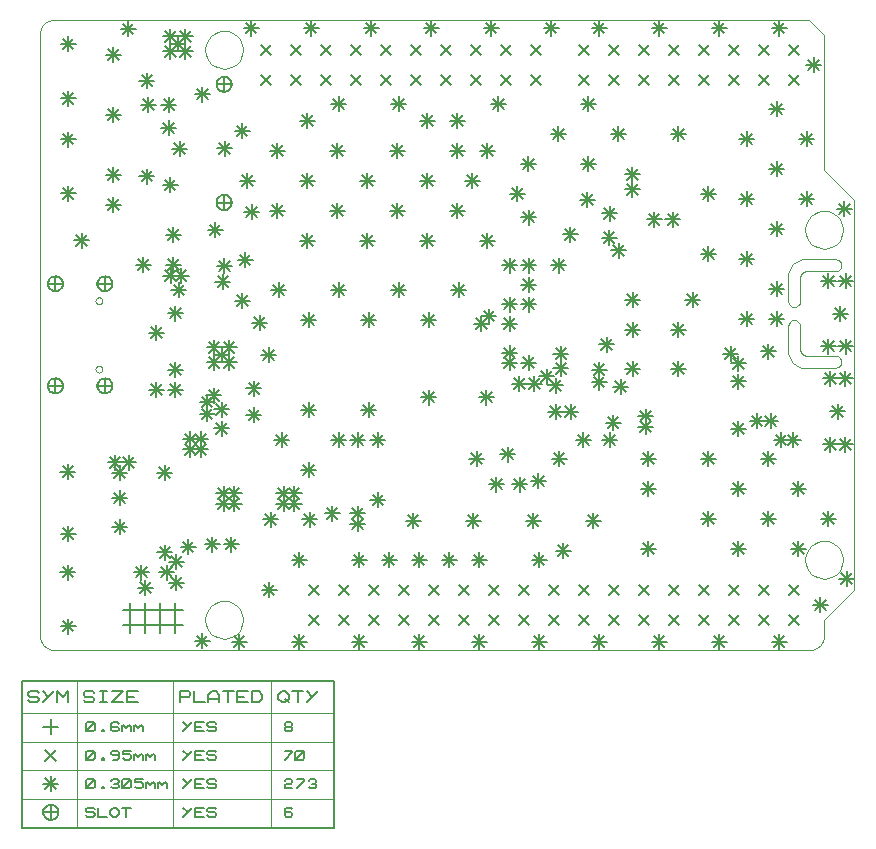
<source format=gbr>
G04 PROTEUS RS274X GERBER FILE*
%FSLAX45Y45*%
%MOMM*%
G01*
%ADD56C,0.152400*%
%ADD54C,0.025400*%
%ADD42C,0.127000*%
%ADD140C,0.063500*%
D56*
X+908050Y+4075450D02*
X+908050Y+3948450D01*
X+844550Y+4011950D02*
X+971550Y+4011950D01*
X+863149Y+4056851D02*
X+952951Y+3967049D01*
X+863149Y+3967049D02*
X+952951Y+4056851D01*
X+1564750Y+3313850D02*
X+1564750Y+3186850D01*
X+1501250Y+3250350D02*
X+1628250Y+3250350D01*
X+1519849Y+3295251D02*
X+1609651Y+3205449D01*
X+1519849Y+3205449D02*
X+1609651Y+3295251D01*
X+5153600Y+1682250D02*
X+5153600Y+1555250D01*
X+5090100Y+1618750D02*
X+5217100Y+1618750D01*
X+5108699Y+1663651D02*
X+5198501Y+1573849D01*
X+5108699Y+1573849D02*
X+5198501Y+1663651D01*
X+4412900Y+2570499D02*
X+4412900Y+2443499D01*
X+4349400Y+2506999D02*
X+4476400Y+2506999D01*
X+4367999Y+2551900D02*
X+4457801Y+2462098D01*
X+4367999Y+2462098D02*
X+4457801Y+2551900D01*
X+4412900Y+2446049D02*
X+4412900Y+2319049D01*
X+4349400Y+2382549D02*
X+4476400Y+2382549D01*
X+4367999Y+2427450D02*
X+4457801Y+2337648D01*
X+4367999Y+2337648D02*
X+4457801Y+2427450D01*
X+1620500Y+958950D02*
X+1620500Y+831950D01*
X+1557000Y+895450D02*
X+1684000Y+895450D01*
X+1575599Y+940351D02*
X+1665401Y+850549D01*
X+1575599Y+850549D02*
X+1665401Y+940351D01*
X+4821650Y+3554499D02*
X+4821650Y+3427499D01*
X+4758150Y+3490999D02*
X+4885150Y+3490999D01*
X+4776749Y+3535900D02*
X+4866551Y+3446098D01*
X+4776749Y+3446098D02*
X+4866551Y+3535900D01*
X+4901650Y+3446549D02*
X+4901650Y+3319549D01*
X+4838150Y+3383049D02*
X+4965150Y+3383049D01*
X+4856749Y+3427950D02*
X+4946551Y+3338148D01*
X+4856749Y+3338148D02*
X+4946551Y+3427950D01*
X+5018000Y+4089400D02*
X+5018000Y+3962400D01*
X+4954500Y+4025900D02*
X+5081500Y+4025900D01*
X+4973099Y+4070801D02*
X+5062901Y+3980999D01*
X+4973099Y+3980999D02*
X+5062901Y+4070801D01*
X+1377950Y+4768850D02*
X+1377950Y+4641850D01*
X+1314450Y+4705350D02*
X+1441450Y+4705350D01*
X+1333049Y+4750251D02*
X+1422851Y+4660449D01*
X+1333049Y+4660449D02*
X+1422851Y+4750251D01*
X+908050Y+4881900D02*
X+908050Y+4754900D01*
X+844550Y+4818400D02*
X+971550Y+4818400D01*
X+863149Y+4863301D02*
X+952951Y+4773499D01*
X+863149Y+4773499D02*
X+952951Y+4863301D01*
X+1541200Y+2099050D02*
X+1541200Y+1972050D01*
X+1477700Y+2035550D02*
X+1604700Y+2035550D01*
X+1496299Y+2080451D02*
X+1586101Y+1990649D01*
X+1496299Y+1990649D02*
X+1586101Y+2080451D01*
X+1541200Y+2560750D02*
X+1541200Y+2433750D01*
X+1477700Y+2497250D02*
X+1604700Y+2497250D01*
X+1496299Y+2542151D02*
X+1586101Y+2452349D01*
X+1496299Y+2452349D02*
X+1586101Y+2542151D01*
X+1717100Y+3021200D02*
X+1717100Y+2894200D01*
X+1653600Y+2957700D02*
X+1780600Y+2957700D01*
X+1672199Y+3002601D02*
X+1762001Y+2912799D01*
X+1672199Y+2912799D02*
X+1762001Y+3002601D01*
X+1552000Y+3181200D02*
X+1552000Y+3054200D01*
X+1488500Y+3117700D02*
X+1615500Y+3117700D01*
X+1507099Y+3162601D02*
X+1596901Y+3072799D01*
X+1507099Y+3072799D02*
X+1596901Y+3162601D01*
X+1646100Y+1300400D02*
X+1646100Y+1173400D01*
X+1582600Y+1236900D02*
X+1709600Y+1236900D01*
X+1601199Y+1281801D02*
X+1691001Y+1191999D01*
X+1601199Y+1191999D02*
X+1691001Y+1281801D01*
X+5018000Y+3962400D02*
X+5018000Y+3835400D01*
X+4954500Y+3898900D02*
X+5081500Y+3898900D01*
X+4973099Y+3943801D02*
X+5062901Y+3853999D01*
X+4973099Y+3853999D02*
X+5062901Y+3943801D01*
X+1460500Y+958950D02*
X+1460500Y+831950D01*
X+1397000Y+895450D02*
X+1524000Y+895450D01*
X+1415599Y+940351D02*
X+1505401Y+850549D01*
X+1415599Y+850549D02*
X+1505401Y+940351D01*
X+5201900Y+3708400D02*
X+5201900Y+3581400D01*
X+5138400Y+3644900D02*
X+5265400Y+3644900D01*
X+5156999Y+3689801D02*
X+5246801Y+3599999D01*
X+5156999Y+3599999D02*
X+5246801Y+3689801D01*
X+5361900Y+3708400D02*
X+5361900Y+3581400D01*
X+5298400Y+3644900D02*
X+5425400Y+3644900D01*
X+5316999Y+3689801D02*
X+5406801Y+3599999D01*
X+5316999Y+3599999D02*
X+5406801Y+3689801D01*
X+4826000Y+3759200D02*
X+4826000Y+3632200D01*
X+4762500Y+3695700D02*
X+4889500Y+3695700D01*
X+4781099Y+3740601D02*
X+4870901Y+3650799D01*
X+4781099Y+3650799D02*
X+4870901Y+3740601D01*
X+241300Y+5194300D02*
X+241300Y+5067300D01*
X+177800Y+5130800D02*
X+304800Y+5130800D01*
X+196399Y+5175701D02*
X+286201Y+5085899D01*
X+196399Y+5085899D02*
X+286201Y+5175701D01*
X+241300Y+4734300D02*
X+241300Y+4607300D01*
X+177800Y+4670800D02*
X+304800Y+4670800D01*
X+196399Y+4715701D02*
X+286201Y+4625899D01*
X+196399Y+4625899D02*
X+286201Y+4715701D01*
X+241300Y+4387850D02*
X+241300Y+4260850D01*
X+177800Y+4324350D02*
X+304800Y+4324350D01*
X+196399Y+4369251D02*
X+286201Y+4279449D01*
X+196399Y+4279449D02*
X+286201Y+4369251D01*
X+241300Y+3927850D02*
X+241300Y+3800850D01*
X+177800Y+3864350D02*
X+304800Y+3864350D01*
X+196399Y+3909251D02*
X+286201Y+3819449D01*
X+196399Y+3819449D02*
X+286201Y+3909251D01*
X+355600Y+3530600D02*
X+355600Y+3403600D01*
X+292100Y+3467100D02*
X+419100Y+3467100D01*
X+310699Y+3512001D02*
X+400501Y+3422199D01*
X+310699Y+3422199D02*
X+400501Y+3512001D01*
X+240001Y+1573500D02*
X+240001Y+1446500D01*
X+176501Y+1510000D02*
X+303501Y+1510000D01*
X+195100Y+1554901D02*
X+284902Y+1465099D01*
X+195100Y+1465099D02*
X+284902Y+1554901D01*
X+240250Y+265650D02*
X+240250Y+138650D01*
X+176750Y+202150D02*
X+303750Y+202150D01*
X+195349Y+247051D02*
X+285151Y+157249D01*
X+195349Y+157249D02*
X+285151Y+247051D01*
X+1485900Y+3619500D02*
X+1485900Y+3492500D01*
X+1422400Y+3556000D02*
X+1549400Y+3556000D01*
X+1440999Y+3600901D02*
X+1530801Y+3511099D01*
X+1440999Y+3511099D02*
X+1530801Y+3600901D01*
X+1739900Y+3365500D02*
X+1739900Y+3238500D01*
X+1676400Y+3302000D02*
X+1803400Y+3302000D01*
X+1694999Y+3346901D02*
X+1784801Y+3257099D01*
X+1694999Y+3257099D02*
X+1784801Y+3346901D01*
X+1104900Y+4000500D02*
X+1104900Y+3873500D01*
X+1041400Y+3937000D02*
X+1168400Y+3937000D01*
X+1059999Y+3981901D02*
X+1149801Y+3892099D01*
X+1059999Y+3892099D02*
X+1149801Y+3981901D01*
X+1131050Y+3325400D02*
X+1131050Y+3198400D01*
X+1067550Y+3261900D02*
X+1194550Y+3261900D01*
X+1086149Y+3306801D02*
X+1175951Y+3216999D01*
X+1086149Y+3216999D02*
X+1175951Y+3306801D01*
X+1131050Y+3579400D02*
X+1131050Y+3452400D01*
X+1067550Y+3515900D02*
X+1194550Y+3515900D01*
X+1086149Y+3560801D02*
X+1175951Y+3470999D01*
X+1086149Y+3470999D02*
X+1175951Y+3560801D01*
X+623050Y+4087400D02*
X+623050Y+3960400D01*
X+559550Y+4023900D02*
X+686550Y+4023900D01*
X+578149Y+4068801D02*
X+667951Y+3978999D01*
X+578149Y+3978999D02*
X+667951Y+4068801D01*
X+623050Y+4595400D02*
X+623050Y+4468400D01*
X+559550Y+4531900D02*
X+686550Y+4531900D01*
X+578149Y+4576801D02*
X+667951Y+4486999D01*
X+578149Y+4486999D02*
X+667951Y+4576801D01*
X+623050Y+5103400D02*
X+623050Y+4976400D01*
X+559550Y+5039900D02*
X+686550Y+5039900D01*
X+578149Y+5084801D02*
X+667951Y+4994999D01*
X+578149Y+4994999D02*
X+667951Y+5084801D01*
X+749300Y+5321300D02*
X+749300Y+5194300D01*
X+685800Y+5257800D02*
X+812800Y+5257800D01*
X+704399Y+5302701D02*
X+794201Y+5212899D01*
X+704399Y+5212899D02*
X+794201Y+5302701D01*
X+6813550Y+3797300D02*
X+6813550Y+3670300D01*
X+6750050Y+3733800D02*
X+6877050Y+3733800D01*
X+6768649Y+3778701D02*
X+6858451Y+3688899D01*
X+6768649Y+3688899D02*
X+6858451Y+3778701D01*
X+5153600Y+1428250D02*
X+5153600Y+1301250D01*
X+5090100Y+1364750D02*
X+5217100Y+1364750D01*
X+5108699Y+1409651D02*
X+5198501Y+1319849D01*
X+5108699Y+1319849D02*
X+5198501Y+1409651D01*
X+5153600Y+920250D02*
X+5153600Y+793250D01*
X+5090100Y+856750D02*
X+5217100Y+856750D01*
X+5108699Y+901651D02*
X+5198501Y+811849D01*
X+5108699Y+811849D02*
X+5198501Y+901651D01*
X+5662100Y+3416299D02*
X+5662100Y+3289299D01*
X+5598600Y+3352799D02*
X+5725600Y+3352799D01*
X+5617199Y+3397700D02*
X+5707001Y+3307898D01*
X+5617199Y+3307898D02*
X+5707001Y+3397700D01*
X+5408100Y+4432299D02*
X+5408100Y+4305299D01*
X+5344600Y+4368799D02*
X+5471600Y+4368799D01*
X+5363199Y+4413700D02*
X+5453001Y+4323898D01*
X+5363199Y+4323898D02*
X+5453001Y+4413700D01*
X+4900100Y+4432299D02*
X+4900100Y+4305299D01*
X+4836600Y+4368799D02*
X+4963600Y+4368799D01*
X+4855199Y+4413700D02*
X+4945001Y+4323898D01*
X+4855199Y+4323898D02*
X+4945001Y+4413700D01*
X+4646100Y+4686299D02*
X+4646100Y+4559299D01*
X+4582600Y+4622799D02*
X+4709600Y+4622799D01*
X+4601199Y+4667700D02*
X+4691001Y+4577898D01*
X+4601199Y+4577898D02*
X+4691001Y+4667700D01*
X+240200Y+1046749D02*
X+240200Y+919749D01*
X+176700Y+983249D02*
X+303700Y+983249D01*
X+195299Y+1028150D02*
X+285101Y+938348D01*
X+195299Y+938348D02*
X+285101Y+1028150D01*
X+4177250Y+1156750D02*
X+4177250Y+1029750D01*
X+4113750Y+1093250D02*
X+4240750Y+1093250D01*
X+4132349Y+1138151D02*
X+4222151Y+1048349D01*
X+4132349Y+1048349D02*
X+4222151Y+1138151D01*
X+4431250Y+902750D02*
X+4431250Y+775750D01*
X+4367750Y+839250D02*
X+4494750Y+839250D01*
X+4386349Y+884151D02*
X+4476151Y+794349D01*
X+4386349Y+794349D02*
X+4476151Y+884151D01*
X+623050Y+3833400D02*
X+623050Y+3706400D01*
X+559550Y+3769900D02*
X+686550Y+3769900D01*
X+578149Y+3814801D02*
X+667951Y+3724999D01*
X+578149Y+3724999D02*
X+667951Y+3814801D01*
X+2705100Y+825500D02*
X+2705100Y+698500D01*
X+2641600Y+762000D02*
X+2768600Y+762000D01*
X+2660199Y+806901D02*
X+2750001Y+717099D01*
X+2660199Y+717099D02*
X+2750001Y+806901D01*
X+2959100Y+825500D02*
X+2959100Y+698500D01*
X+2895600Y+762000D02*
X+3022600Y+762000D01*
X+2914199Y+806901D02*
X+3004001Y+717099D01*
X+2914199Y+717099D02*
X+3004001Y+806901D01*
X+3721100Y+825500D02*
X+3721100Y+698500D01*
X+3657600Y+762000D02*
X+3784600Y+762000D01*
X+3676199Y+806901D02*
X+3766001Y+717099D01*
X+3676199Y+717099D02*
X+3766001Y+806901D01*
X+4229100Y+825500D02*
X+4229100Y+698500D01*
X+4165600Y+762000D02*
X+4292600Y+762000D01*
X+4184199Y+806901D02*
X+4274001Y+717099D01*
X+4184199Y+717099D02*
X+4274001Y+806901D01*
X+895350Y+589200D02*
X+895350Y+462200D01*
X+831850Y+525700D02*
X+958850Y+525700D01*
X+850449Y+570601D02*
X+940251Y+480799D01*
X+850449Y+480799D02*
X+940251Y+570601D01*
X+1257050Y+936090D02*
X+1257050Y+809090D01*
X+1193550Y+872590D02*
X+1320550Y+872590D01*
X+1212149Y+917491D02*
X+1301951Y+827689D01*
X+1212149Y+827689D02*
X+1301951Y+917491D01*
X+1158240Y+632560D02*
X+1158240Y+505560D01*
X+1094740Y+569060D02*
X+1221740Y+569060D01*
X+1113339Y+613961D02*
X+1203141Y+524159D01*
X+1113339Y+524159D02*
X+1203141Y+613961D01*
X+1158240Y+810360D02*
X+1158240Y+683360D01*
X+1094740Y+746860D02*
X+1221740Y+746860D01*
X+1113339Y+791761D02*
X+1203141Y+701959D01*
X+1113339Y+701959D02*
X+1203141Y+791761D01*
X+679200Y+1105000D02*
X+679200Y+978000D01*
X+615700Y+1041500D02*
X+742700Y+1041500D01*
X+634299Y+1086401D02*
X+724101Y+996599D01*
X+634299Y+996599D02*
X+724101Y+1086401D01*
X+678180Y+1350110D02*
X+678180Y+1223110D01*
X+614680Y+1286610D02*
X+741680Y+1286610D01*
X+633279Y+1331511D02*
X+723081Y+1241709D01*
X+633279Y+1241709D02*
X+723081Y+1331511D01*
X+862330Y+721460D02*
X+862330Y+594460D01*
X+798830Y+657960D02*
X+925830Y+657960D01*
X+817429Y+702861D02*
X+907231Y+613059D01*
X+817429Y+613059D02*
X+907231Y+702861D01*
X+240001Y+721460D02*
X+240001Y+594460D01*
X+176501Y+657960D02*
X+303501Y+657960D01*
X+195100Y+702861D02*
X+284902Y+613059D01*
X+195100Y+613059D02*
X+284902Y+702861D01*
X+4636987Y+3874751D02*
X+4636987Y+3747751D01*
X+4573487Y+3811251D02*
X+4700487Y+3811251D01*
X+4592086Y+3856152D02*
X+4681888Y+3766350D01*
X+4592086Y+3766350D02*
X+4681888Y+3856152D01*
X+1793875Y+3772025D02*
X+1793875Y+3645025D01*
X+1730375Y+3708525D02*
X+1857375Y+3708525D01*
X+1748974Y+3753426D02*
X+1838776Y+3663624D01*
X+1748974Y+3663624D02*
X+1838776Y+3753426D01*
X+920750Y+4679950D02*
X+920750Y+4552950D01*
X+857250Y+4616450D02*
X+984250Y+4616450D01*
X+875849Y+4661351D02*
X+965651Y+4571549D01*
X+875849Y+4571549D02*
X+965651Y+4661351D01*
X+1565275Y+4309125D02*
X+1565275Y+4182125D01*
X+1501775Y+4245625D02*
X+1628775Y+4245625D01*
X+1520374Y+4290526D02*
X+1610176Y+4200724D01*
X+1520374Y+4200724D02*
X+1610176Y+4290526D01*
X+1092200Y+4483100D02*
X+1092200Y+4356100D01*
X+1028700Y+4419600D02*
X+1155700Y+4419600D01*
X+1047299Y+4464501D02*
X+1137101Y+4374699D01*
X+1047299Y+4374699D02*
X+1137101Y+4464501D01*
X+4646100Y+4178299D02*
X+4646100Y+4051299D01*
X+4582600Y+4114799D02*
X+4709600Y+4114799D01*
X+4601199Y+4159700D02*
X+4691001Y+4069898D01*
X+4601199Y+4069898D02*
X+4691001Y+4159700D01*
X+4138100Y+4178299D02*
X+4138100Y+4051299D01*
X+4074600Y+4114799D02*
X+4201600Y+4114799D01*
X+4093199Y+4159700D02*
X+4183001Y+4069898D01*
X+4093199Y+4069898D02*
X+4183001Y+4159700D01*
X+4392100Y+4432299D02*
X+4392100Y+4305299D01*
X+4328600Y+4368799D02*
X+4455600Y+4368799D01*
X+4347199Y+4413700D02*
X+4437001Y+4323898D01*
X+4347199Y+4323898D02*
X+4437001Y+4413700D01*
X+3884100Y+4686299D02*
X+3884100Y+4559299D01*
X+3820600Y+4622799D02*
X+3947600Y+4622799D01*
X+3839199Y+4667700D02*
X+3929001Y+4577898D01*
X+3839199Y+4577898D02*
X+3929001Y+4667700D01*
X+2530888Y+4685637D02*
X+2530888Y+4558637D01*
X+2467388Y+4622137D02*
X+2594388Y+4622137D01*
X+2485987Y+4667038D02*
X+2575789Y+4577236D01*
X+2485987Y+4577236D02*
X+2575789Y+4667038D01*
X+1184275Y+4307685D02*
X+1184275Y+4180685D01*
X+1120775Y+4244185D02*
X+1247775Y+4244185D01*
X+1139374Y+4289086D02*
X+1229176Y+4199284D01*
X+1139374Y+4199284D02*
X+1229176Y+4289086D01*
X+1093700Y+4679950D02*
X+1093700Y+4552950D01*
X+1030200Y+4616450D02*
X+1157200Y+4616450D01*
X+1048799Y+4661351D02*
X+1138601Y+4571549D01*
X+1048799Y+4571549D02*
X+1138601Y+4661351D01*
X+1171150Y+5194300D02*
X+1171150Y+5067300D01*
X+1107650Y+5130800D02*
X+1234650Y+5130800D01*
X+1126249Y+5175701D02*
X+1216051Y+5085899D01*
X+1126249Y+5085899D02*
X+1216051Y+5175701D01*
X+1557200Y+1300400D02*
X+1557200Y+1173400D01*
X+1493700Y+1236900D02*
X+1620700Y+1236900D01*
X+1512299Y+1281801D02*
X+1602101Y+1191999D01*
X+1512299Y+1191999D02*
X+1602101Y+1281801D01*
X+4685250Y+1156750D02*
X+4685250Y+1029750D01*
X+4621750Y+1093250D02*
X+4748750Y+1093250D01*
X+4640349Y+1138151D02*
X+4730151Y+1048349D01*
X+4640349Y+1048349D02*
X+4730151Y+1138151D01*
X+3962650Y+1720500D02*
X+3962650Y+1593500D01*
X+3899150Y+1657000D02*
X+4026150Y+1657000D01*
X+3917749Y+1701901D02*
X+4007551Y+1612099D01*
X+3917749Y+1612099D02*
X+4007551Y+1701901D01*
X+3699450Y+1682250D02*
X+3699450Y+1555250D01*
X+3635950Y+1618750D02*
X+3762950Y+1618750D01*
X+3654549Y+1663651D02*
X+3744351Y+1573849D01*
X+3654549Y+1573849D02*
X+3744351Y+1663651D01*
X+4826000Y+1841500D02*
X+4826000Y+1714500D01*
X+4762500Y+1778000D02*
X+4889500Y+1778000D01*
X+4781099Y+1822901D02*
X+4870901Y+1733099D01*
X+4781099Y+1733099D02*
X+4870901Y+1822901D01*
X+4603750Y+1841500D02*
X+4603750Y+1714500D01*
X+4540250Y+1778000D02*
X+4667250Y+1778000D01*
X+4558849Y+1822901D02*
X+4648651Y+1733099D01*
X+4558849Y+1733099D02*
X+4648651Y+1822901D01*
X+4397950Y+1682250D02*
X+4397950Y+1555250D01*
X+4334450Y+1618750D02*
X+4461450Y+1618750D01*
X+4353049Y+1663651D02*
X+4442851Y+1573849D01*
X+4353049Y+1573849D02*
X+4442851Y+1663651D01*
X+4222750Y+1493500D02*
X+4222750Y+1366500D01*
X+4159250Y+1430000D02*
X+4286250Y+1430000D01*
X+4177849Y+1474901D02*
X+4267651Y+1385099D01*
X+4177849Y+1385099D02*
X+4267651Y+1474901D01*
X+2863850Y+1841150D02*
X+2863850Y+1714150D01*
X+2800350Y+1777650D02*
X+2927350Y+1777650D01*
X+2818949Y+1822551D02*
X+2908751Y+1732749D01*
X+2818949Y+1732749D02*
X+2908751Y+1822551D01*
X+2476500Y+1219200D02*
X+2476500Y+1092200D01*
X+2413000Y+1155700D02*
X+2540000Y+1155700D01*
X+2431599Y+1200601D02*
X+2521401Y+1110799D01*
X+2431599Y+1110799D02*
X+2521401Y+1200601D01*
X+2692400Y+1841500D02*
X+2692400Y+1714500D01*
X+2628900Y+1778000D02*
X+2755900Y+1778000D01*
X+2647499Y+1822901D02*
X+2737301Y+1733099D01*
X+2647499Y+1733099D02*
X+2737301Y+1822901D01*
X+1557200Y+1389300D02*
X+1557200Y+1262300D01*
X+1493700Y+1325800D02*
X+1620700Y+1325800D01*
X+1512299Y+1370701D02*
X+1602101Y+1280899D01*
X+1512299Y+1280899D02*
X+1602101Y+1370701D01*
X+2154100Y+1300400D02*
X+2154100Y+1173400D01*
X+2090600Y+1236900D02*
X+2217600Y+1236900D01*
X+2109199Y+1281801D02*
X+2199001Y+1191999D01*
X+2109199Y+1191999D02*
X+2199001Y+1281801D01*
X+2065200Y+1300400D02*
X+2065200Y+1173400D01*
X+2001700Y+1236900D02*
X+2128700Y+1236900D01*
X+2020299Y+1281801D02*
X+2110101Y+1191999D01*
X+2020299Y+1191999D02*
X+2110101Y+1281801D01*
X+2154100Y+1389300D02*
X+2154100Y+1262300D01*
X+2090600Y+1325800D02*
X+2217600Y+1325800D01*
X+2109199Y+1370701D02*
X+2199001Y+1280899D01*
X+2109199Y+1280899D02*
X+2199001Y+1370701D01*
X+2692400Y+1219200D02*
X+2692400Y+1092200D01*
X+2628900Y+1155700D02*
X+2755900Y+1155700D01*
X+2647499Y+1200601D02*
X+2737301Y+1110799D01*
X+2647499Y+1110799D02*
X+2737301Y+1200601D01*
X+3213100Y+825500D02*
X+3213100Y+698500D01*
X+3149600Y+762000D02*
X+3276600Y+762000D01*
X+3168199Y+806901D02*
X+3258001Y+717099D01*
X+3168199Y+717099D02*
X+3258001Y+806901D01*
X+3467100Y+825500D02*
X+3467100Y+698500D01*
X+3403600Y+762000D02*
X+3530600Y+762000D01*
X+3422199Y+806901D02*
X+3512001Y+717099D01*
X+3422199Y+717099D02*
X+3512001Y+806901D01*
X+2197100Y+825500D02*
X+2197100Y+698500D01*
X+2133600Y+762000D02*
X+2260600Y+762000D01*
X+2152199Y+806901D02*
X+2242001Y+717099D01*
X+2152199Y+717099D02*
X+2242001Y+806901D01*
X+3161250Y+1156750D02*
X+3161250Y+1029750D01*
X+3097750Y+1093250D02*
X+3224750Y+1093250D01*
X+3116349Y+1138151D02*
X+3206151Y+1048349D01*
X+3116349Y+1048349D02*
X+3206151Y+1138151D01*
X+1149350Y+2267700D02*
X+1149350Y+2140700D01*
X+1085850Y+2204200D02*
X+1212850Y+2204200D01*
X+1104449Y+2249101D02*
X+1194251Y+2159299D01*
X+1104449Y+2159299D02*
X+1194251Y+2249101D01*
X+989350Y+2267700D02*
X+989350Y+2140700D01*
X+925850Y+2204200D02*
X+1052850Y+2204200D01*
X+944449Y+2249101D02*
X+1034251Y+2159299D01*
X+944449Y+2159299D02*
X+1034251Y+2249101D01*
X+1149350Y+2435340D02*
X+1149350Y+2308340D01*
X+1085850Y+2371840D02*
X+1212850Y+2371840D01*
X+1104449Y+2416741D02*
X+1194251Y+2326939D01*
X+1104449Y+2326939D02*
X+1194251Y+2416741D01*
X+989350Y+2750300D02*
X+989350Y+2623300D01*
X+925850Y+2686800D02*
X+1052850Y+2686800D01*
X+944449Y+2731701D02*
X+1034251Y+2641899D01*
X+944449Y+2641899D02*
X+1034251Y+2731701D01*
X+1149350Y+2915400D02*
X+1149350Y+2788400D01*
X+1085850Y+2851900D02*
X+1212850Y+2851900D01*
X+1104449Y+2896801D02*
X+1194251Y+2806999D01*
X+1104449Y+2806999D02*
X+1194251Y+2896801D01*
X+1475800Y+2219700D02*
X+1475800Y+2092700D01*
X+1412300Y+2156200D02*
X+1539300Y+2156200D01*
X+1430899Y+2201101D02*
X+1520701Y+2111299D01*
X+1430899Y+2111299D02*
X+1520701Y+2201101D01*
X+1418650Y+2162550D02*
X+1418650Y+2035550D01*
X+1355150Y+2099050D02*
X+1482150Y+2099050D01*
X+1373749Y+2143951D02*
X+1463551Y+2054149D01*
X+1373749Y+2054149D02*
X+1463551Y+2143951D01*
X+1418650Y+2060950D02*
X+1418650Y+1933950D01*
X+1355150Y+1997450D02*
X+1482150Y+1997450D01*
X+1373749Y+2042351D02*
X+1463551Y+1952549D01*
X+1373749Y+1952549D02*
X+1463551Y+2042351D01*
X+1179850Y+3112250D02*
X+1179850Y+2985250D01*
X+1116350Y+3048750D02*
X+1243350Y+3048750D01*
X+1134949Y+3093651D02*
X+1224751Y+3003849D01*
X+1134949Y+3003849D02*
X+1224751Y+3093651D01*
X+1197968Y+3233040D02*
X+1197968Y+3106040D01*
X+1134468Y+3169540D02*
X+1261468Y+3169540D01*
X+1153067Y+3214441D02*
X+1242869Y+3124639D01*
X+1153067Y+3124639D02*
X+1242869Y+3214441D01*
X+1109068Y+3233040D02*
X+1109068Y+3106040D01*
X+1045568Y+3169540D02*
X+1172568Y+3169540D01*
X+1064167Y+3214441D02*
X+1153969Y+3124639D01*
X+1064167Y+3124639D02*
X+1153969Y+3214441D01*
X+1275080Y+1760320D02*
X+1275080Y+1633320D01*
X+1211580Y+1696820D02*
X+1338580Y+1696820D01*
X+1230179Y+1741721D02*
X+1319981Y+1651919D01*
X+1230179Y+1651919D02*
X+1319981Y+1741721D01*
X+754381Y+1652290D02*
X+754381Y+1525290D01*
X+690881Y+1588790D02*
X+817881Y+1588790D01*
X+709480Y+1633691D02*
X+799282Y+1543889D01*
X+709480Y+1543889D02*
X+799282Y+1633691D01*
X+678180Y+1563470D02*
X+678180Y+1436470D01*
X+614680Y+1499970D02*
X+741680Y+1499970D01*
X+633279Y+1544871D02*
X+723081Y+1455069D01*
X+633279Y+1455069D02*
X+723081Y+1544871D01*
X+639677Y+1651567D02*
X+639677Y+1524567D01*
X+576177Y+1588067D02*
X+703177Y+1588067D01*
X+594776Y+1632968D02*
X+684578Y+1543166D01*
X+594776Y+1543166D02*
X+684578Y+1632968D01*
X+1541200Y+1939050D02*
X+1541200Y+1812050D01*
X+1477700Y+1875550D02*
X+1604700Y+1875550D01*
X+1496299Y+1920451D02*
X+1586101Y+1830649D01*
X+1496299Y+1830649D02*
X+1586101Y+1920451D01*
X+2863850Y+1333500D02*
X+2863850Y+1206500D01*
X+2800350Y+1270000D02*
X+2927350Y+1270000D01*
X+2818949Y+1314901D02*
X+2908751Y+1225099D01*
X+2818949Y+1225099D02*
X+2908751Y+1314901D01*
X+3669250Y+1156750D02*
X+3669250Y+1029750D01*
X+3605750Y+1093250D02*
X+3732750Y+1093250D01*
X+3624349Y+1138151D02*
X+3714151Y+1048349D01*
X+3624349Y+1048349D02*
X+3714151Y+1138151D01*
X+1939400Y+2560750D02*
X+1939400Y+2433750D01*
X+1875900Y+2497250D02*
X+2002900Y+2497250D01*
X+1894499Y+2542151D02*
X+1984301Y+2452349D01*
X+1894499Y+2452349D02*
X+1984301Y+2542151D01*
X+6779720Y+2909569D02*
X+6779720Y+2782569D01*
X+6716220Y+2846069D02*
X+6843220Y+2846069D01*
X+6734819Y+2890970D02*
X+6824621Y+2801168D01*
X+6734819Y+2801168D02*
X+6824621Y+2890970D01*
X+6678100Y+3187699D02*
X+6678100Y+3060699D01*
X+6614600Y+3124199D02*
X+6741600Y+3124199D01*
X+6633199Y+3169100D02*
X+6723001Y+3079298D01*
X+6633199Y+3079298D02*
X+6723001Y+3169100D01*
X+6678100Y+2635249D02*
X+6678100Y+2508249D01*
X+6614600Y+2571749D02*
X+6741600Y+2571749D01*
X+6633199Y+2616650D02*
X+6723001Y+2526848D01*
X+6633199Y+2526848D02*
X+6723001Y+2616650D01*
X+6824150Y+2635249D02*
X+6824150Y+2508249D01*
X+6760650Y+2571749D02*
X+6887650Y+2571749D01*
X+6779249Y+2616650D02*
X+6869051Y+2526848D01*
X+6779249Y+2526848D02*
X+6869051Y+2616650D01*
X+6824150Y+3187699D02*
X+6824150Y+3060699D01*
X+6760650Y+3124199D02*
X+6887650Y+3124199D01*
X+6779249Y+3169100D02*
X+6869051Y+3079298D01*
X+6779249Y+3079298D02*
X+6869051Y+3169100D01*
X+1813600Y+2276850D02*
X+1813600Y+2149850D01*
X+1750100Y+2213350D02*
X+1877100Y+2213350D01*
X+1768699Y+2258251D02*
X+1858501Y+2168449D01*
X+1768699Y+2168449D02*
X+1858501Y+2258251D01*
X+1813600Y+2052294D02*
X+1813600Y+1925294D01*
X+1750100Y+1988794D02*
X+1877100Y+1988794D01*
X+1768699Y+2033695D02*
X+1858501Y+1943893D01*
X+1768699Y+1943893D02*
X+1858501Y+2033695D01*
X+6188650Y+2002250D02*
X+6188650Y+1875250D01*
X+6125150Y+1938750D02*
X+6252150Y+1938750D01*
X+6143749Y+1983651D02*
X+6233551Y+1893849D01*
X+6143749Y+1893849D02*
X+6233551Y+1983651D01*
X+6380170Y+1842250D02*
X+6380170Y+1715250D01*
X+6316670Y+1778750D02*
X+6443670Y+1778750D01*
X+6335269Y+1823651D02*
X+6425071Y+1733849D01*
X+6335269Y+1733849D02*
X+6425071Y+1823651D01*
X+6278570Y+1842250D02*
X+6278570Y+1715250D01*
X+6215070Y+1778750D02*
X+6342070Y+1778750D01*
X+6233669Y+1823651D02*
X+6323471Y+1733849D01*
X+6233669Y+1733849D02*
X+6323471Y+1823651D01*
X+5914850Y+2490499D02*
X+5914850Y+2363499D01*
X+5851350Y+2426999D02*
X+5978350Y+2426999D01*
X+5869949Y+2471900D02*
X+5959751Y+2382098D01*
X+5869949Y+2382098D02*
X+5959751Y+2471900D01*
X+5851350Y+2570499D02*
X+5851350Y+2443499D01*
X+5787850Y+2506999D02*
X+5914850Y+2506999D01*
X+5806449Y+2551900D02*
X+5896251Y+2462098D01*
X+5806449Y+2462098D02*
X+5896251Y+2551900D01*
X+6239970Y+2865119D02*
X+6239970Y+2738119D01*
X+6176470Y+2801619D02*
X+6303470Y+2801619D01*
X+6195069Y+2846520D02*
X+6284871Y+2756718D01*
X+6195069Y+2756718D02*
X+6284871Y+2846520D01*
X+4736750Y+2330499D02*
X+4736750Y+2203499D01*
X+4673250Y+2266999D02*
X+4800250Y+2266999D01*
X+4691849Y+2311900D02*
X+4781651Y+2222098D01*
X+4691849Y+2222098D02*
X+4781651Y+2311900D01*
X+1714500Y+4458350D02*
X+1714500Y+4331350D01*
X+1651000Y+4394850D02*
X+1778000Y+4394850D01*
X+1669599Y+4439751D02*
X+1759401Y+4349949D01*
X+1669599Y+4349949D02*
X+1759401Y+4439751D01*
X+4800600Y+2650499D02*
X+4800600Y+2523499D01*
X+4737100Y+2586999D02*
X+4864100Y+2586999D01*
X+4755699Y+2631900D02*
X+4845501Y+2542098D01*
X+4755699Y+2542098D02*
X+4845501Y+2631900D01*
X+4736750Y+2435899D02*
X+4736750Y+2308899D01*
X+4673250Y+2372399D02*
X+4800250Y+2372399D01*
X+4691849Y+2417300D02*
X+4781651Y+2327498D01*
X+4691849Y+2327498D02*
X+4781651Y+2417300D01*
X+3980200Y+3321050D02*
X+3980200Y+3194050D01*
X+3916700Y+3257550D02*
X+4043700Y+3257550D01*
X+3935299Y+3302451D02*
X+4025101Y+3212649D01*
X+3935299Y+3212649D02*
X+4025101Y+3302451D01*
X+4140200Y+3155950D02*
X+4140200Y+3028950D01*
X+4076700Y+3092450D02*
X+4203700Y+3092450D01*
X+4095299Y+3137351D02*
X+4185101Y+3047549D01*
X+4095299Y+3047549D02*
X+4185101Y+3137351D01*
X+4140200Y+3321050D02*
X+4140200Y+3194050D01*
X+4076700Y+3257550D02*
X+4203700Y+3257550D01*
X+4095299Y+3302451D02*
X+4185101Y+3212649D01*
X+4095299Y+3212649D02*
X+4185101Y+3302451D01*
X+4140200Y+2495550D02*
X+4140200Y+2368550D01*
X+4076700Y+2432050D02*
X+4203700Y+2432050D01*
X+4095299Y+2476951D02*
X+4185101Y+2387149D01*
X+4095299Y+2387149D02*
X+4185101Y+2476951D01*
X+4189575Y+2317750D02*
X+4189575Y+2190750D01*
X+4126075Y+2254250D02*
X+4253075Y+2254250D01*
X+4144674Y+2299151D02*
X+4234476Y+2209349D01*
X+4144674Y+2209349D02*
X+4234476Y+2299151D01*
X+2532400Y+1841500D02*
X+2532400Y+1714500D01*
X+2468900Y+1778000D02*
X+2595900Y+1778000D01*
X+2487499Y+1822901D02*
X+2577301Y+1733099D01*
X+2487499Y+1733099D02*
X+2577301Y+1822901D01*
X+4140200Y+2990850D02*
X+4140200Y+2863850D01*
X+4076700Y+2927350D02*
X+4203700Y+2927350D01*
X+4095299Y+2972251D02*
X+4185101Y+2882449D01*
X+4095299Y+2882449D02*
X+4185101Y+2972251D01*
X+3980200Y+2990850D02*
X+3980200Y+2863850D01*
X+3916700Y+2927350D02*
X+4043700Y+2927350D01*
X+3935299Y+2972251D02*
X+4025101Y+2882449D01*
X+3935299Y+2882449D02*
X+4025101Y+2972251D01*
X+3980200Y+2495550D02*
X+3980200Y+2368550D01*
X+3916700Y+2432050D02*
X+4043700Y+2432050D01*
X+3935299Y+2476951D02*
X+4025101Y+2387149D01*
X+3935299Y+2387149D02*
X+4025101Y+2476951D01*
X+3980200Y+2578100D02*
X+3980200Y+2451100D01*
X+3916700Y+2514600D02*
X+4043700Y+2514600D01*
X+3935299Y+2559501D02*
X+4025101Y+2469699D01*
X+3935299Y+2469699D02*
X+4025101Y+2559501D01*
X+3980200Y+2825750D02*
X+3980200Y+2698750D01*
X+3916700Y+2762250D02*
X+4043700Y+2762250D01*
X+3935299Y+2807151D02*
X+4025101Y+2717349D01*
X+3935299Y+2717349D02*
X+4025101Y+2807151D01*
X+3738900Y+2825750D02*
X+3738900Y+2698750D01*
X+3675400Y+2762250D02*
X+3802400Y+2762250D01*
X+3693999Y+2807151D02*
X+3783801Y+2717349D01*
X+3693999Y+2717349D02*
X+3783801Y+2807151D01*
X+3803650Y+2889250D02*
X+3803650Y+2762250D01*
X+3740150Y+2825750D02*
X+3867150Y+2825750D01*
X+3758749Y+2870651D02*
X+3848551Y+2780849D01*
X+3758749Y+2780849D02*
X+3848551Y+2870651D01*
X+1646100Y+1389300D02*
X+1646100Y+1262300D01*
X+1582600Y+1325800D02*
X+1709600Y+1325800D01*
X+1601199Y+1370701D02*
X+1691001Y+1280899D01*
X+1601199Y+1280899D02*
X+1691001Y+1370701D01*
X+2065200Y+1389300D02*
X+2065200Y+1262300D01*
X+2001700Y+1325800D02*
X+2128700Y+1325800D01*
X+2020299Y+1370701D02*
X+2110101Y+1280899D01*
X+2020299Y+1280899D02*
X+2110101Y+1370701D01*
X+6074350Y+2002250D02*
X+6074350Y+1875250D01*
X+6010850Y+1938750D02*
X+6137850Y+1938750D01*
X+6029449Y+1983651D02*
X+6119251Y+1893849D01*
X+6029449Y+1893849D02*
X+6119251Y+1983651D01*
X+4062575Y+2317750D02*
X+4062575Y+2190750D01*
X+3999075Y+2254250D02*
X+4126075Y+2254250D01*
X+4017674Y+2299151D02*
X+4107476Y+2209349D01*
X+4017674Y+2209349D02*
X+4107476Y+2299151D01*
X+4140200Y+3727450D02*
X+4140200Y+3600450D01*
X+4076700Y+3663950D02*
X+4203700Y+3663950D01*
X+4095299Y+3708851D02*
X+4185101Y+3619049D01*
X+4095299Y+3619049D02*
X+4185101Y+3708851D01*
X+4292600Y+2379826D02*
X+4292600Y+2252826D01*
X+4229100Y+2316326D02*
X+4356100Y+2316326D01*
X+4247699Y+2361227D02*
X+4337501Y+2271425D01*
X+4247699Y+2271425D02*
X+4337501Y+2361227D01*
X+4368800Y+2303626D02*
X+4368800Y+2176626D01*
X+4305300Y+2240126D02*
X+4432300Y+2240126D01*
X+4323899Y+2285027D02*
X+4413701Y+2195225D01*
X+4323899Y+2195225D02*
X+4413701Y+2285027D01*
X+4368800Y+2081376D02*
X+4368800Y+1954376D01*
X+4305300Y+2017876D02*
X+4432300Y+2017876D01*
X+4323899Y+2062777D02*
X+4413701Y+1972975D01*
X+4323899Y+1972975D02*
X+4413701Y+2062777D01*
X+4495800Y+2081376D02*
X+4495800Y+1954376D01*
X+4432300Y+2017876D02*
X+4559300Y+2017876D01*
X+4450899Y+2062777D02*
X+4540701Y+1972975D01*
X+4450899Y+1972975D02*
X+4540701Y+2062777D01*
X+5130800Y+2043276D02*
X+5130800Y+1916276D01*
X+5067300Y+1979776D02*
X+5194300Y+1979776D01*
X+5085899Y+2024677D02*
X+5175701Y+1934875D01*
X+5085899Y+1934875D02*
X+5175701Y+2024677D01*
X+5130800Y+1954376D02*
X+5130800Y+1827376D01*
X+5067300Y+1890876D02*
X+5194300Y+1890876D01*
X+5085899Y+1935777D02*
X+5175701Y+1845975D01*
X+5085899Y+1845975D02*
X+5175701Y+1935777D01*
X+1363980Y+1760320D02*
X+1363980Y+1633320D01*
X+1300480Y+1696820D02*
X+1427480Y+1696820D01*
X+1319079Y+1741721D02*
X+1408881Y+1651919D01*
X+1319079Y+1651919D02*
X+1408881Y+1741721D01*
X+1363980Y+1849220D02*
X+1363980Y+1722220D01*
X+1300480Y+1785720D02*
X+1427480Y+1785720D01*
X+1319079Y+1830621D02*
X+1408881Y+1740819D01*
X+1319079Y+1740819D02*
X+1408881Y+1830621D01*
X+1275080Y+1849220D02*
X+1275080Y+1722220D01*
X+1211580Y+1785720D02*
X+1338580Y+1785720D01*
X+1230179Y+1830621D02*
X+1319981Y+1740819D01*
X+1230179Y+1740819D02*
X+1319981Y+1830621D01*
X+1862146Y+2833443D02*
X+1862146Y+2706443D01*
X+1798646Y+2769943D02*
X+1925646Y+2769943D01*
X+1817245Y+2814844D02*
X+1907047Y+2725042D01*
X+1817245Y+2725042D02*
X+1907047Y+2814844D01*
X+2692400Y+1130300D02*
X+2692400Y+1003300D01*
X+2628900Y+1066800D02*
X+2755900Y+1066800D01*
X+2647499Y+1111701D02*
X+2737301Y+1021899D01*
X+2647499Y+1021899D02*
X+2737301Y+1111701D01*
X+4064000Y+1466850D02*
X+4064000Y+1339850D01*
X+4000500Y+1403350D02*
X+4127500Y+1403350D01*
X+4019099Y+1448251D02*
X+4108901Y+1358449D01*
X+4019099Y+1358449D02*
X+4108901Y+1448251D01*
X+3867150Y+1466850D02*
X+3867150Y+1339850D01*
X+3803650Y+1403350D02*
X+3930650Y+1403350D01*
X+3822249Y+1448251D02*
X+3912051Y+1358449D01*
X+3822249Y+1358449D02*
X+3912051Y+1448251D01*
X+1059180Y+1563470D02*
X+1059180Y+1436470D01*
X+995680Y+1499970D02*
X+1122680Y+1499970D01*
X+1014279Y+1544871D02*
X+1104081Y+1455069D01*
X+1014279Y+1455069D02*
X+1104081Y+1544871D01*
X+1075690Y+721460D02*
X+1075690Y+594460D01*
X+1012190Y+657960D02*
X+1139190Y+657960D01*
X+1030789Y+702861D02*
X+1120591Y+613059D01*
X+1030789Y+613059D02*
X+1120591Y+702861D01*
X+1060200Y+889450D02*
X+1060200Y+762450D01*
X+996700Y+825950D02*
X+1123700Y+825950D01*
X+1015299Y+870851D02*
X+1105101Y+781049D01*
X+1015299Y+781049D02*
X+1105101Y+870851D01*
X+1477700Y+2624250D02*
X+1477700Y+2497250D01*
X+1414200Y+2560750D02*
X+1541200Y+2560750D01*
X+1432799Y+2605651D02*
X+1522601Y+2515849D01*
X+1432799Y+2515849D02*
X+1522601Y+2605651D01*
X+1604700Y+2624250D02*
X+1604700Y+2497250D01*
X+1541200Y+2560750D02*
X+1668200Y+2560750D01*
X+1559799Y+2605651D02*
X+1649601Y+2515849D01*
X+1559799Y+2515849D02*
X+1649601Y+2605651D01*
X+1604700Y+2497250D02*
X+1604700Y+2370250D01*
X+1541200Y+2433750D02*
X+1668200Y+2433750D01*
X+1559799Y+2478651D02*
X+1649601Y+2388849D01*
X+1559799Y+2388849D02*
X+1649601Y+2478651D01*
X+1477700Y+2497250D02*
X+1477700Y+2370250D01*
X+1414200Y+2433750D02*
X+1541200Y+2433750D01*
X+1432799Y+2478651D02*
X+1522601Y+2388849D01*
X+1432799Y+2388849D02*
X+1522601Y+2478651D01*
X+5661600Y+1174250D02*
X+5661600Y+1047250D01*
X+5598100Y+1110750D02*
X+5725100Y+1110750D01*
X+5616699Y+1155651D02*
X+5706501Y+1065849D01*
X+5616699Y+1065849D02*
X+5706501Y+1155651D01*
X+6169600Y+1174250D02*
X+6169600Y+1047250D01*
X+6106100Y+1110750D02*
X+6233100Y+1110750D01*
X+6124699Y+1155651D02*
X+6214501Y+1065849D01*
X+6124699Y+1065849D02*
X+6214501Y+1155651D01*
X+6677600Y+1174250D02*
X+6677600Y+1047250D01*
X+6614100Y+1110750D02*
X+6741100Y+1110750D01*
X+6632699Y+1155651D02*
X+6722501Y+1065849D01*
X+6632699Y+1065849D02*
X+6722501Y+1155651D01*
X+5915600Y+920250D02*
X+5915600Y+793250D01*
X+5852100Y+856750D02*
X+5979100Y+856750D01*
X+5870699Y+901651D02*
X+5960501Y+811849D01*
X+5870699Y+811849D02*
X+5960501Y+901651D01*
X+5915600Y+1428250D02*
X+5915600Y+1301250D01*
X+5852100Y+1364750D02*
X+5979100Y+1364750D01*
X+5870699Y+1409651D02*
X+5960501Y+1319849D01*
X+5870699Y+1319849D02*
X+5960501Y+1409651D01*
X+5661600Y+1682250D02*
X+5661600Y+1555250D01*
X+5598100Y+1618750D02*
X+5725100Y+1618750D01*
X+5616699Y+1663651D02*
X+5706501Y+1573849D01*
X+5616699Y+1573849D02*
X+5706501Y+1663651D01*
X+6423600Y+920250D02*
X+6423600Y+793250D01*
X+6360100Y+856750D02*
X+6487100Y+856750D01*
X+6378699Y+901651D02*
X+6468501Y+811849D01*
X+6378699Y+811849D02*
X+6468501Y+901651D01*
X+6423600Y+1428250D02*
X+6423600Y+1301250D01*
X+6360100Y+1364750D02*
X+6487100Y+1364750D01*
X+6378699Y+1409651D02*
X+6468501Y+1319849D01*
X+6378699Y+1319849D02*
X+6468501Y+1409651D01*
X+6169600Y+1682250D02*
X+6169600Y+1555250D01*
X+6106100Y+1618750D02*
X+6233100Y+1618750D01*
X+6124699Y+1663651D02*
X+6214501Y+1573849D01*
X+6124699Y+1573849D02*
X+6214501Y+1663651D01*
X+6694170Y+1802780D02*
X+6694170Y+1675780D01*
X+6630670Y+1739280D02*
X+6757670Y+1739280D01*
X+6649269Y+1784181D02*
X+6739071Y+1694379D01*
X+6649269Y+1694379D02*
X+6739071Y+1784181D01*
X+6821170Y+1802780D02*
X+6821170Y+1675780D01*
X+6757670Y+1739280D02*
X+6884670Y+1739280D01*
X+6776269Y+1784181D02*
X+6866071Y+1694379D01*
X+6776269Y+1694379D02*
X+6866071Y+1784181D01*
X+6694170Y+2362780D02*
X+6694170Y+2235780D01*
X+6630670Y+2299280D02*
X+6757670Y+2299280D01*
X+6649269Y+2344181D02*
X+6739071Y+2254379D01*
X+6649269Y+2254379D02*
X+6739071Y+2344181D01*
X+6821170Y+2362780D02*
X+6821170Y+2235780D01*
X+6757670Y+2299280D02*
X+6884670Y+2299280D01*
X+6776269Y+2344181D02*
X+6866071Y+2254379D01*
X+6776269Y+2254379D02*
X+6866071Y+2344181D01*
X+6757670Y+2082800D02*
X+6757670Y+1955800D01*
X+6694170Y+2019300D02*
X+6821170Y+2019300D01*
X+6712769Y+2064201D02*
X+6802571Y+1974399D01*
X+6712769Y+1974399D02*
X+6802571Y+2064201D01*
X+5915600Y+1936250D02*
X+5915600Y+1809250D01*
X+5852100Y+1872750D02*
X+5979100Y+1872750D01*
X+5870699Y+1917651D02*
X+5960501Y+1827849D01*
X+5870699Y+1827849D02*
X+5960501Y+1917651D01*
X+5915600Y+2336300D02*
X+5915600Y+2209300D01*
X+5852100Y+2272800D02*
X+5979100Y+2272800D01*
X+5870699Y+2317701D02*
X+5960501Y+2227899D01*
X+5870699Y+2227899D02*
X+5960501Y+2317701D01*
X+5407600Y+2444250D02*
X+5407600Y+2317250D01*
X+5344100Y+2380750D02*
X+5471100Y+2380750D01*
X+5362699Y+2425651D02*
X+5452501Y+2335849D01*
X+5362699Y+2335849D02*
X+5452501Y+2425651D01*
X+5407600Y+2774450D02*
X+5407600Y+2647450D01*
X+5344100Y+2710950D02*
X+5471100Y+2710950D01*
X+5362699Y+2755851D02*
X+5452501Y+2666049D01*
X+5362699Y+2666049D02*
X+5452501Y+2755851D01*
X+5020250Y+2774450D02*
X+5020250Y+2647450D01*
X+4956750Y+2710950D02*
X+5083750Y+2710950D01*
X+4975349Y+2755851D02*
X+5065151Y+2666049D01*
X+4975349Y+2666049D02*
X+5065151Y+2755851D01*
X+5020250Y+2444250D02*
X+5020250Y+2317250D01*
X+4956750Y+2380750D02*
X+5083750Y+2380750D01*
X+4975349Y+2425651D02*
X+5065151Y+2335849D01*
X+4975349Y+2335849D02*
X+5065151Y+2425651D01*
X+4918650Y+2291850D02*
X+4918650Y+2164850D01*
X+4855150Y+2228350D02*
X+4982150Y+2228350D01*
X+4873749Y+2273251D02*
X+4963551Y+2183449D01*
X+4873749Y+2183449D02*
X+4963551Y+2273251D01*
X+4855150Y+1987050D02*
X+4855150Y+1860050D01*
X+4791650Y+1923550D02*
X+4918650Y+1923550D01*
X+4810249Y+1968451D02*
X+4900051Y+1878649D01*
X+4810249Y+1878649D02*
X+4900051Y+1968451D01*
X+6169600Y+2590300D02*
X+6169600Y+2463300D01*
X+6106100Y+2526800D02*
X+6233100Y+2526800D01*
X+6124699Y+2571701D02*
X+6214501Y+2481899D01*
X+6124699Y+2481899D02*
X+6214501Y+2571701D01*
X+5985970Y+2865119D02*
X+5985970Y+2738119D01*
X+5922470Y+2801619D02*
X+6049470Y+2801619D01*
X+5941069Y+2846520D02*
X+6030871Y+2756718D01*
X+5941069Y+2756718D02*
X+6030871Y+2846520D01*
X+6239970Y+3119119D02*
X+6239970Y+2992119D01*
X+6176470Y+3055619D02*
X+6303470Y+3055619D01*
X+6195069Y+3100520D02*
X+6284871Y+3010718D01*
X+6195069Y+3010718D02*
X+6284871Y+3100520D01*
X+5985970Y+3373119D02*
X+5985970Y+3246119D01*
X+5922470Y+3309619D02*
X+6049470Y+3309619D01*
X+5941069Y+3354520D02*
X+6030871Y+3264718D01*
X+5941069Y+3264718D02*
X+6030871Y+3354520D01*
X+6239970Y+3627119D02*
X+6239970Y+3500119D01*
X+6176470Y+3563619D02*
X+6303470Y+3563619D01*
X+6195069Y+3608520D02*
X+6284871Y+3518718D01*
X+6195069Y+3518718D02*
X+6284871Y+3608520D01*
X+5985970Y+3881119D02*
X+5985970Y+3754119D01*
X+5922470Y+3817619D02*
X+6049470Y+3817619D01*
X+5941069Y+3862520D02*
X+6030871Y+3772718D01*
X+5941069Y+3772718D02*
X+6030871Y+3862520D01*
X+6239970Y+4135119D02*
X+6239970Y+4008119D01*
X+6176470Y+4071619D02*
X+6303470Y+4071619D01*
X+6195069Y+4116520D02*
X+6284871Y+4026718D01*
X+6195069Y+4026718D02*
X+6284871Y+4116520D01*
X+6493970Y+3881119D02*
X+6493970Y+3754119D01*
X+6430470Y+3817619D02*
X+6557470Y+3817619D01*
X+6449069Y+3862520D02*
X+6538871Y+3772718D01*
X+6449069Y+3772718D02*
X+6538871Y+3862520D01*
X+5985970Y+4389119D02*
X+5985970Y+4262119D01*
X+5922470Y+4325619D02*
X+6049470Y+4325619D01*
X+5941069Y+4370520D02*
X+6030871Y+4280718D01*
X+5941069Y+4280718D02*
X+6030871Y+4370520D01*
X+6239970Y+4643119D02*
X+6239970Y+4516119D01*
X+6176470Y+4579619D02*
X+6303470Y+4579619D01*
X+6195069Y+4624520D02*
X+6284871Y+4534718D01*
X+6195069Y+4534718D02*
X+6284871Y+4624520D01*
X+6493970Y+4389119D02*
X+6493970Y+4262119D01*
X+6430470Y+4325619D02*
X+6557470Y+4325619D01*
X+6449069Y+4370520D02*
X+6538871Y+4280718D01*
X+6449069Y+4280718D02*
X+6538871Y+4370520D01*
X+6553200Y+5016500D02*
X+6553200Y+4889500D01*
X+6489700Y+4953000D02*
X+6616700Y+4953000D01*
X+6508299Y+4997901D02*
X+6598101Y+4908099D01*
X+6508299Y+4908099D02*
X+6598101Y+4997901D01*
X+6261100Y+5327650D02*
X+6261100Y+5200650D01*
X+6197600Y+5264150D02*
X+6324600Y+5264150D01*
X+6216199Y+5309051D02*
X+6306001Y+5219249D01*
X+6216199Y+5219249D02*
X+6306001Y+5309051D01*
X+5753100Y+5327650D02*
X+5753100Y+5200650D01*
X+5689600Y+5264150D02*
X+5816600Y+5264150D01*
X+5708199Y+5309051D02*
X+5798001Y+5219249D01*
X+5708199Y+5219249D02*
X+5798001Y+5309051D01*
X+5245100Y+5327650D02*
X+5245100Y+5200650D01*
X+5181600Y+5264150D02*
X+5308600Y+5264150D01*
X+5200199Y+5309051D02*
X+5290001Y+5219249D01*
X+5200199Y+5219249D02*
X+5290001Y+5309051D01*
X+4737100Y+5327650D02*
X+4737100Y+5200650D01*
X+4673600Y+5264150D02*
X+4800600Y+5264150D01*
X+4692199Y+5309051D02*
X+4782001Y+5219249D01*
X+4692199Y+5219249D02*
X+4782001Y+5309051D01*
X+4330700Y+5327650D02*
X+4330700Y+5200650D01*
X+4267200Y+5264150D02*
X+4394200Y+5264150D01*
X+4285799Y+5309051D02*
X+4375601Y+5219249D01*
X+4285799Y+5219249D02*
X+4375601Y+5309051D01*
X+3822700Y+5327650D02*
X+3822700Y+5200650D01*
X+3759200Y+5264150D02*
X+3886200Y+5264150D01*
X+3777799Y+5309051D02*
X+3867601Y+5219249D01*
X+3777799Y+5219249D02*
X+3867601Y+5309051D01*
X+3314700Y+5327650D02*
X+3314700Y+5200650D01*
X+3251200Y+5264150D02*
X+3378200Y+5264150D01*
X+3269799Y+5309051D02*
X+3359601Y+5219249D01*
X+3269799Y+5219249D02*
X+3359601Y+5309051D01*
X+2806700Y+5327650D02*
X+2806700Y+5200650D01*
X+2743200Y+5264150D02*
X+2870200Y+5264150D01*
X+2761799Y+5309051D02*
X+2851601Y+5219249D01*
X+2761799Y+5219249D02*
X+2851601Y+5309051D01*
X+2298700Y+5327650D02*
X+2298700Y+5200650D01*
X+2235200Y+5264150D02*
X+2362200Y+5264150D01*
X+2253799Y+5309051D02*
X+2343601Y+5219249D01*
X+2253799Y+5219249D02*
X+2343601Y+5309051D01*
X+1790700Y+5327650D02*
X+1790700Y+5200650D01*
X+1727200Y+5264150D02*
X+1854200Y+5264150D01*
X+1745799Y+5309051D02*
X+1835601Y+5219249D01*
X+1745799Y+5219249D02*
X+1835601Y+5309051D01*
X+1234650Y+5257800D02*
X+1234650Y+5130800D01*
X+1171150Y+5194300D02*
X+1298150Y+5194300D01*
X+1189749Y+5239201D02*
X+1279551Y+5149399D01*
X+1189749Y+5149399D02*
X+1279551Y+5239201D01*
X+1234650Y+5130800D02*
X+1234650Y+5003800D01*
X+1171150Y+5067300D02*
X+1298150Y+5067300D01*
X+1189749Y+5112201D02*
X+1279551Y+5022399D01*
X+1189749Y+5022399D02*
X+1279551Y+5112201D01*
X+1107650Y+5130800D02*
X+1107650Y+5003800D01*
X+1044150Y+5067300D02*
X+1171150Y+5067300D01*
X+1062749Y+5112201D02*
X+1152551Y+5022399D01*
X+1062749Y+5022399D02*
X+1152551Y+5112201D01*
X+1107650Y+5257800D02*
X+1107650Y+5130800D01*
X+1044150Y+5194300D02*
X+1171150Y+5194300D01*
X+1062749Y+5239201D02*
X+1152551Y+5149399D01*
X+1062749Y+5149399D02*
X+1152551Y+5239201D01*
X+6832600Y+666750D02*
X+6832600Y+539750D01*
X+6769100Y+603250D02*
X+6896100Y+603250D01*
X+6787699Y+648151D02*
X+6877501Y+558349D01*
X+6787699Y+558349D02*
X+6877501Y+648151D01*
X+6610350Y+444500D02*
X+6610350Y+317500D01*
X+6546850Y+381000D02*
X+6673850Y+381000D01*
X+6565449Y+425901D02*
X+6655251Y+336099D01*
X+6565449Y+336099D02*
X+6655251Y+425901D01*
X+6261100Y+133350D02*
X+6261100Y+6350D01*
X+6197600Y+69850D02*
X+6324600Y+69850D01*
X+6216199Y+114751D02*
X+6306001Y+24949D01*
X+6216199Y+24949D02*
X+6306001Y+114751D01*
X+5753100Y+133350D02*
X+5753100Y+6350D01*
X+5689600Y+69850D02*
X+5816600Y+69850D01*
X+5708199Y+114751D02*
X+5798001Y+24949D01*
X+5708199Y+24949D02*
X+5798001Y+114751D01*
X+5245100Y+133350D02*
X+5245100Y+6350D01*
X+5181600Y+69850D02*
X+5308600Y+69850D01*
X+5200199Y+114751D02*
X+5290001Y+24949D01*
X+5200199Y+24949D02*
X+5290001Y+114751D01*
X+4737100Y+133350D02*
X+4737100Y+6350D01*
X+4673600Y+69850D02*
X+4800600Y+69850D01*
X+4692199Y+114751D02*
X+4782001Y+24949D01*
X+4692199Y+24949D02*
X+4782001Y+114751D01*
X+4229100Y+133350D02*
X+4229100Y+6350D01*
X+4165600Y+69850D02*
X+4292600Y+69850D01*
X+4184199Y+114751D02*
X+4274001Y+24949D01*
X+4184199Y+24949D02*
X+4274001Y+114751D01*
X+3721100Y+133350D02*
X+3721100Y+6350D01*
X+3657600Y+69850D02*
X+3784600Y+69850D01*
X+3676199Y+114751D02*
X+3766001Y+24949D01*
X+3676199Y+24949D02*
X+3766001Y+114751D01*
X+3213100Y+133350D02*
X+3213100Y+6350D01*
X+3149600Y+69850D02*
X+3276600Y+69850D01*
X+3168199Y+114751D02*
X+3258001Y+24949D01*
X+3168199Y+24949D02*
X+3258001Y+114751D01*
X+2705100Y+133350D02*
X+2705100Y+6350D01*
X+2641600Y+69850D02*
X+2768600Y+69850D01*
X+2660199Y+114751D02*
X+2750001Y+24949D01*
X+2660199Y+24949D02*
X+2750001Y+114751D01*
X+2197100Y+133350D02*
X+2197100Y+6350D01*
X+2133600Y+69850D02*
X+2260600Y+69850D01*
X+2152199Y+114751D02*
X+2242001Y+24949D01*
X+2152199Y+24949D02*
X+2242001Y+114751D01*
X+1689100Y+133350D02*
X+1689100Y+6350D01*
X+1625600Y+69850D02*
X+1752600Y+69850D01*
X+1644199Y+114751D02*
X+1734001Y+24949D01*
X+1644199Y+24949D02*
X+1734001Y+114751D01*
X+1943100Y+571500D02*
X+1943100Y+444500D01*
X+1879600Y+508000D02*
X+2006600Y+508000D01*
X+1898199Y+552901D02*
X+1988001Y+463099D01*
X+1898199Y+463099D02*
X+1988001Y+552901D01*
X+1374873Y+139700D02*
X+1374873Y+12700D01*
X+1311373Y+76200D02*
X+1438373Y+76200D01*
X+1329972Y+121101D02*
X+1419774Y+31299D01*
X+1329972Y+31299D02*
X+1419774Y+121101D01*
X+1955800Y+1169450D02*
X+1955800Y+1042450D01*
X+1892300Y+1105950D02*
X+2019300Y+1105950D01*
X+1910899Y+1150851D02*
X+2000701Y+1061049D01*
X+1910899Y+1061049D02*
X+2000701Y+1150851D01*
X+2287363Y+1169450D02*
X+2287363Y+1042450D01*
X+2223863Y+1105950D02*
X+2350863Y+1105950D01*
X+2242462Y+1150851D02*
X+2332264Y+1061049D01*
X+2242462Y+1061049D02*
X+2332264Y+1150851D01*
X+2278400Y+1587500D02*
X+2278400Y+1460500D01*
X+2214900Y+1524000D02*
X+2341900Y+1524000D01*
X+2233499Y+1568901D02*
X+2323301Y+1479099D01*
X+2233499Y+1479099D02*
X+2323301Y+1568901D01*
X+2278400Y+2095500D02*
X+2278400Y+1968500D01*
X+2214900Y+2032000D02*
X+2341900Y+2032000D01*
X+2233499Y+2076901D02*
X+2323301Y+1987099D01*
X+2233499Y+1987099D02*
X+2323301Y+2076901D01*
X+2786400Y+2095500D02*
X+2786400Y+1968500D01*
X+2722900Y+2032000D02*
X+2849900Y+2032000D01*
X+2741499Y+2076901D02*
X+2831301Y+1987099D01*
X+2741499Y+1987099D02*
X+2831301Y+2076901D01*
X+3294400Y+2203450D02*
X+3294400Y+2076450D01*
X+3230900Y+2139950D02*
X+3357900Y+2139950D01*
X+3249499Y+2184851D02*
X+3339301Y+2095049D01*
X+3249499Y+2095049D02*
X+3339301Y+2184851D01*
X+3783350Y+2203450D02*
X+3783350Y+2076450D01*
X+3719850Y+2139950D02*
X+3846850Y+2139950D01*
X+3738449Y+2184851D02*
X+3828251Y+2095049D01*
X+3738449Y+2095049D02*
X+3828251Y+2184851D01*
X+2049800Y+1841500D02*
X+2049800Y+1714500D01*
X+1986300Y+1778000D02*
X+2113300Y+1778000D01*
X+2004899Y+1822901D02*
X+2094701Y+1733099D01*
X+2004899Y+1733099D02*
X+2094701Y+1822901D01*
X+4490700Y+3581400D02*
X+4490700Y+3454400D01*
X+4427200Y+3517900D02*
X+4554200Y+3517900D01*
X+4445799Y+3562801D02*
X+4535601Y+3472999D01*
X+4445799Y+3472999D02*
X+4535601Y+3562801D01*
X+4394200Y+3321050D02*
X+4394200Y+3194050D01*
X+4330700Y+3257550D02*
X+4457700Y+3257550D01*
X+4349299Y+3302451D02*
X+4439101Y+3212649D01*
X+4349299Y+3212649D02*
X+4439101Y+3302451D01*
X+2024400Y+3111500D02*
X+2024400Y+2984500D01*
X+1960900Y+3048000D02*
X+2087900Y+3048000D01*
X+1979499Y+3092901D02*
X+2069301Y+3003099D01*
X+1979499Y+3003099D02*
X+2069301Y+3092901D01*
X+2278400Y+2857500D02*
X+2278400Y+2730500D01*
X+2214900Y+2794000D02*
X+2341900Y+2794000D01*
X+2233499Y+2838901D02*
X+2323301Y+2749099D01*
X+2233499Y+2749099D02*
X+2323301Y+2838901D01*
X+2532400Y+3111500D02*
X+2532400Y+2984500D01*
X+2468900Y+3048000D02*
X+2595900Y+3048000D01*
X+2487499Y+3092901D02*
X+2577301Y+3003099D01*
X+2487499Y+3003099D02*
X+2577301Y+3092901D01*
X+2786400Y+2857500D02*
X+2786400Y+2730500D01*
X+2722900Y+2794000D02*
X+2849900Y+2794000D01*
X+2741499Y+2838901D02*
X+2831301Y+2749099D01*
X+2741499Y+2749099D02*
X+2831301Y+2838901D01*
X+3040400Y+3111500D02*
X+3040400Y+2984500D01*
X+2976900Y+3048000D02*
X+3103900Y+3048000D01*
X+2995499Y+3092901D02*
X+3085301Y+3003099D01*
X+2995499Y+3003099D02*
X+3085301Y+3092901D01*
X+3294400Y+2857500D02*
X+3294400Y+2730500D01*
X+3230900Y+2794000D02*
X+3357900Y+2794000D01*
X+3249499Y+2838901D02*
X+3339301Y+2749099D01*
X+3249499Y+2749099D02*
X+3339301Y+2838901D01*
X+3548400Y+3111500D02*
X+3548400Y+2984500D01*
X+3484900Y+3048000D02*
X+3611900Y+3048000D01*
X+3503499Y+3092901D02*
X+3593301Y+3003099D01*
X+3503499Y+3003099D02*
X+3593301Y+3092901D01*
X+3789700Y+3527425D02*
X+3789700Y+3400425D01*
X+3726200Y+3463925D02*
X+3853200Y+3463925D01*
X+3744799Y+3508826D02*
X+3834601Y+3419024D01*
X+3744799Y+3419024D02*
X+3834601Y+3508826D01*
X+3281700Y+3527425D02*
X+3281700Y+3400425D01*
X+3218200Y+3463925D02*
X+3345200Y+3463925D01*
X+3236799Y+3508826D02*
X+3326601Y+3419024D01*
X+3236799Y+3419024D02*
X+3326601Y+3508826D01*
X+2773700Y+3527425D02*
X+2773700Y+3400425D01*
X+2710200Y+3463925D02*
X+2837200Y+3463925D01*
X+2728799Y+3508826D02*
X+2818601Y+3419024D01*
X+2728799Y+3419024D02*
X+2818601Y+3508826D01*
X+2265700Y+3527425D02*
X+2265700Y+3400425D01*
X+2202200Y+3463925D02*
X+2329200Y+3463925D01*
X+2220799Y+3508826D02*
X+2310601Y+3419024D01*
X+2220799Y+3419024D02*
X+2310601Y+3508826D01*
X+3535700Y+3781425D02*
X+3535700Y+3654425D01*
X+3472200Y+3717925D02*
X+3599200Y+3717925D01*
X+3490799Y+3762826D02*
X+3580601Y+3673024D01*
X+3490799Y+3673024D02*
X+3580601Y+3762826D01*
X+3027700Y+3781425D02*
X+3027700Y+3654425D01*
X+2964200Y+3717925D02*
X+3091200Y+3717925D01*
X+2982799Y+3762826D02*
X+3072601Y+3673024D01*
X+2982799Y+3673024D02*
X+3072601Y+3762826D01*
X+2519700Y+3781425D02*
X+2519700Y+3654425D01*
X+2456200Y+3717925D02*
X+2583200Y+3717925D01*
X+2474799Y+3762826D02*
X+2564601Y+3673024D01*
X+2474799Y+3673024D02*
X+2564601Y+3762826D01*
X+2011700Y+3781425D02*
X+2011700Y+3654425D01*
X+1948200Y+3717925D02*
X+2075200Y+3717925D01*
X+1966799Y+3762826D02*
X+2056601Y+3673024D01*
X+1966799Y+3673024D02*
X+2056601Y+3762826D01*
X+1757700Y+4035425D02*
X+1757700Y+3908425D01*
X+1694200Y+3971925D02*
X+1821200Y+3971925D01*
X+1712799Y+4016826D02*
X+1802601Y+3927024D01*
X+1712799Y+3927024D02*
X+1802601Y+4016826D01*
X+2265700Y+4035425D02*
X+2265700Y+3908425D01*
X+2202200Y+3971925D02*
X+2329200Y+3971925D01*
X+2220799Y+4016826D02*
X+2310601Y+3927024D01*
X+2220799Y+3927024D02*
X+2310601Y+4016826D01*
X+2773700Y+4035425D02*
X+2773700Y+3908425D01*
X+2710200Y+3971925D02*
X+2837200Y+3971925D01*
X+2728799Y+4016826D02*
X+2818601Y+3927024D01*
X+2728799Y+3927024D02*
X+2818601Y+4016826D01*
X+3281700Y+4035425D02*
X+3281700Y+3908425D01*
X+3218200Y+3971925D02*
X+3345200Y+3971925D01*
X+3236799Y+4016826D02*
X+3326601Y+3927024D01*
X+3236799Y+3927024D02*
X+3326601Y+4016826D01*
X+3662700Y+4035425D02*
X+3662700Y+3908425D01*
X+3599200Y+3971925D02*
X+3726200Y+3971925D01*
X+3617799Y+4016826D02*
X+3707601Y+3927024D01*
X+3617799Y+3927024D02*
X+3707601Y+4016826D01*
X+4043700Y+3927475D02*
X+4043700Y+3800475D01*
X+3980200Y+3863975D02*
X+4107200Y+3863975D01*
X+3998799Y+3908876D02*
X+4088601Y+3819074D01*
X+3998799Y+3819074D02*
X+4088601Y+3908876D01*
X+3789700Y+4289425D02*
X+3789700Y+4162425D01*
X+3726200Y+4225925D02*
X+3853200Y+4225925D01*
X+3744799Y+4270826D02*
X+3834601Y+4181024D01*
X+3744799Y+4181024D02*
X+3834601Y+4270826D01*
X+3535700Y+4543425D02*
X+3535700Y+4416425D01*
X+3472200Y+4479925D02*
X+3599200Y+4479925D01*
X+3490799Y+4524826D02*
X+3580601Y+4435024D01*
X+3490799Y+4435024D02*
X+3580601Y+4524826D01*
X+3027700Y+4289425D02*
X+3027700Y+4162425D01*
X+2964200Y+4225925D02*
X+3091200Y+4225925D01*
X+2982799Y+4270826D02*
X+3072601Y+4181024D01*
X+2982799Y+4181024D02*
X+3072601Y+4270826D01*
X+2519700Y+4289425D02*
X+2519700Y+4162425D01*
X+2456200Y+4225925D02*
X+2583200Y+4225925D01*
X+2474799Y+4270826D02*
X+2564601Y+4181024D01*
X+2474799Y+4181024D02*
X+2564601Y+4270826D01*
X+2011700Y+4289425D02*
X+2011700Y+4162425D01*
X+1948200Y+4225925D02*
X+2075200Y+4225925D01*
X+1966799Y+4270826D02*
X+2056601Y+4181024D01*
X+1966799Y+4181024D02*
X+2056601Y+4270826D01*
X+2265700Y+4543425D02*
X+2265700Y+4416425D01*
X+2202200Y+4479925D02*
X+2329200Y+4479925D01*
X+2220799Y+4524826D02*
X+2310601Y+4435024D01*
X+2220799Y+4435024D02*
X+2310601Y+4524826D01*
X+3535700Y+4289425D02*
X+3535700Y+4162425D01*
X+3472200Y+4225925D02*
X+3599200Y+4225925D01*
X+3490799Y+4270826D02*
X+3580601Y+4181024D01*
X+3490799Y+4181024D02*
X+3580601Y+4270826D01*
X+3281700Y+4543425D02*
X+3281700Y+4416425D01*
X+3218200Y+4479925D02*
X+3345200Y+4479925D01*
X+3236799Y+4524826D02*
X+3326601Y+4435024D01*
X+3236799Y+4435024D02*
X+3326601Y+4524826D01*
X+3038888Y+4685637D02*
X+3038888Y+4558637D01*
X+2975388Y+4622137D02*
X+3102388Y+4622137D01*
X+2993987Y+4667038D02*
X+3083789Y+4577236D01*
X+2993987Y+4577236D02*
X+3083789Y+4667038D01*
X+5662100Y+3924299D02*
X+5662100Y+3797299D01*
X+5598600Y+3860799D02*
X+5725600Y+3860799D01*
X+5617199Y+3905700D02*
X+5707001Y+3815898D01*
X+5617199Y+3815898D02*
X+5707001Y+3905700D01*
X+5020250Y+3028450D02*
X+5020250Y+2901450D01*
X+4956750Y+2964950D02*
X+5083750Y+2964950D01*
X+4975349Y+3009851D02*
X+5065151Y+2920049D01*
X+4975349Y+2920049D02*
X+5065151Y+3009851D01*
X+5528250Y+3028450D02*
X+5528250Y+2901450D01*
X+5464750Y+2964950D02*
X+5591750Y+2964950D01*
X+5483349Y+3009851D02*
X+5573151Y+2920049D01*
X+5483349Y+2920049D02*
X+5573151Y+3009851D01*
X+877050Y+3325400D02*
X+877050Y+3198400D01*
X+813550Y+3261900D02*
X+940550Y+3261900D01*
X+832149Y+3306801D02*
X+921951Y+3216999D01*
X+832149Y+3216999D02*
X+921951Y+3306801D01*
X+1149350Y+271700D02*
X+1149350Y+144700D01*
X+1085850Y+208200D02*
X+1212850Y+208200D01*
X+1149350Y+398700D02*
X+1149350Y+271700D01*
X+1085850Y+335200D02*
X+1212850Y+335200D01*
X+1022350Y+271700D02*
X+1022350Y+144700D01*
X+958850Y+208200D02*
X+1085850Y+208200D01*
X+1022350Y+398700D02*
X+1022350Y+271700D01*
X+958850Y+335200D02*
X+1085850Y+335200D01*
X+895350Y+271700D02*
X+895350Y+144700D01*
X+831850Y+208200D02*
X+958850Y+208200D01*
X+895350Y+398700D02*
X+895350Y+271700D01*
X+831850Y+335200D02*
X+958850Y+335200D01*
X+768350Y+271700D02*
X+768350Y+144700D01*
X+704850Y+208200D02*
X+831850Y+208200D01*
X+768350Y+398700D02*
X+768350Y+271700D01*
X+704850Y+335200D02*
X+831850Y+335200D01*
X+4819199Y+298901D02*
X+4909001Y+209099D01*
X+4819199Y+209099D02*
X+4909001Y+298901D01*
X+5073199Y+298901D02*
X+5163001Y+209099D01*
X+5073199Y+209099D02*
X+5163001Y+298901D01*
X+5327199Y+298901D02*
X+5417001Y+209099D01*
X+5327199Y+209099D02*
X+5417001Y+298901D01*
X+5581199Y+298901D02*
X+5671001Y+209099D01*
X+5581199Y+209099D02*
X+5671001Y+298901D01*
X+5835199Y+298901D02*
X+5925001Y+209099D01*
X+5835199Y+209099D02*
X+5925001Y+298901D01*
X+6089199Y+298901D02*
X+6179001Y+209099D01*
X+6089199Y+209099D02*
X+6179001Y+298901D01*
X+6343199Y+298901D02*
X+6433001Y+209099D01*
X+6343199Y+209099D02*
X+6433001Y+298901D01*
X+2279199Y+298901D02*
X+2369001Y+209099D01*
X+2279199Y+209099D02*
X+2369001Y+298901D01*
X+2533199Y+298901D02*
X+2623001Y+209099D01*
X+2533199Y+209099D02*
X+2623001Y+298901D01*
X+2787199Y+298901D02*
X+2877001Y+209099D01*
X+2787199Y+209099D02*
X+2877001Y+298901D01*
X+3041199Y+298901D02*
X+3131001Y+209099D01*
X+3041199Y+209099D02*
X+3131001Y+298901D01*
X+3295199Y+298901D02*
X+3385001Y+209099D01*
X+3295199Y+209099D02*
X+3385001Y+298901D01*
X+3549199Y+298901D02*
X+3639001Y+209099D01*
X+3549199Y+209099D02*
X+3639001Y+298901D01*
X+3803199Y+298901D02*
X+3893001Y+209099D01*
X+3803199Y+209099D02*
X+3893001Y+298901D01*
X+4057199Y+298901D02*
X+4147001Y+209099D01*
X+4057199Y+209099D02*
X+4147001Y+298901D01*
X+4311199Y+298901D02*
X+4401001Y+209099D01*
X+4311199Y+209099D02*
X+4401001Y+298901D01*
X+4565199Y+298901D02*
X+4655001Y+209099D01*
X+4565199Y+209099D02*
X+4655001Y+298901D01*
X+1872799Y+5124901D02*
X+1962601Y+5035099D01*
X+1872799Y+5035099D02*
X+1962601Y+5124901D01*
X+2126799Y+5124901D02*
X+2216601Y+5035099D01*
X+2126799Y+5035099D02*
X+2216601Y+5124901D01*
X+2380799Y+5124901D02*
X+2470601Y+5035099D01*
X+2380799Y+5035099D02*
X+2470601Y+5124901D01*
X+2634799Y+5124901D02*
X+2724601Y+5035099D01*
X+2634799Y+5035099D02*
X+2724601Y+5124901D01*
X+2888799Y+5124901D02*
X+2978601Y+5035099D01*
X+2888799Y+5035099D02*
X+2978601Y+5124901D01*
X+3142799Y+5124901D02*
X+3232601Y+5035099D01*
X+3142799Y+5035099D02*
X+3232601Y+5124901D01*
X+3396799Y+5124901D02*
X+3486601Y+5035099D01*
X+3396799Y+5035099D02*
X+3486601Y+5124901D01*
X+3650799Y+5124901D02*
X+3740601Y+5035099D01*
X+3650799Y+5035099D02*
X+3740601Y+5124901D01*
X+3904799Y+5124901D02*
X+3994601Y+5035099D01*
X+3904799Y+5035099D02*
X+3994601Y+5124901D01*
X+4158799Y+5124901D02*
X+4248601Y+5035099D01*
X+4158799Y+5035099D02*
X+4248601Y+5124901D01*
X+4565199Y+5124901D02*
X+4655001Y+5035099D01*
X+4565199Y+5035099D02*
X+4655001Y+5124901D01*
X+4819199Y+5124901D02*
X+4909001Y+5035099D01*
X+4819199Y+5035099D02*
X+4909001Y+5124901D01*
X+5073199Y+5124901D02*
X+5163001Y+5035099D01*
X+5073199Y+5035099D02*
X+5163001Y+5124901D01*
X+5327199Y+5124901D02*
X+5417001Y+5035099D01*
X+5327199Y+5035099D02*
X+5417001Y+5124901D01*
X+5581199Y+5124901D02*
X+5671001Y+5035099D01*
X+5581199Y+5035099D02*
X+5671001Y+5124901D01*
X+5835199Y+5124901D02*
X+5925001Y+5035099D01*
X+5835199Y+5035099D02*
X+5925001Y+5124901D01*
X+6089199Y+5124901D02*
X+6179001Y+5035099D01*
X+6089199Y+5035099D02*
X+6179001Y+5124901D01*
X+6343199Y+5124901D02*
X+6433001Y+5035099D01*
X+6343199Y+5035099D02*
X+6433001Y+5124901D01*
X+2279199Y+552901D02*
X+2369001Y+463099D01*
X+2279199Y+463099D02*
X+2369001Y+552901D01*
X+2533199Y+552901D02*
X+2623001Y+463099D01*
X+2533199Y+463099D02*
X+2623001Y+552901D01*
X+2787199Y+552901D02*
X+2877001Y+463099D01*
X+2787199Y+463099D02*
X+2877001Y+552901D01*
X+3041199Y+552901D02*
X+3131001Y+463099D01*
X+3041199Y+463099D02*
X+3131001Y+552901D01*
X+3295199Y+552901D02*
X+3385001Y+463099D01*
X+3295199Y+463099D02*
X+3385001Y+552901D01*
X+3549199Y+552901D02*
X+3639001Y+463099D01*
X+3549199Y+463099D02*
X+3639001Y+552901D01*
X+3803199Y+552901D02*
X+3893001Y+463099D01*
X+3803199Y+463099D02*
X+3893001Y+552901D01*
X+4057199Y+552901D02*
X+4147001Y+463099D01*
X+4057199Y+463099D02*
X+4147001Y+552901D01*
X+4311199Y+552901D02*
X+4401001Y+463099D01*
X+4311199Y+463099D02*
X+4401001Y+552901D01*
X+4565199Y+552901D02*
X+4655001Y+463099D01*
X+4565199Y+463099D02*
X+4655001Y+552901D01*
X+4819199Y+552901D02*
X+4909001Y+463099D01*
X+4819199Y+463099D02*
X+4909001Y+552901D01*
X+5073199Y+552901D02*
X+5163001Y+463099D01*
X+5073199Y+463099D02*
X+5163001Y+552901D01*
X+5327199Y+552901D02*
X+5417001Y+463099D01*
X+5327199Y+463099D02*
X+5417001Y+552901D01*
X+5581199Y+552901D02*
X+5671001Y+463099D01*
X+5581199Y+463099D02*
X+5671001Y+552901D01*
X+5835199Y+552901D02*
X+5925001Y+463099D01*
X+5835199Y+463099D02*
X+5925001Y+552901D01*
X+6089199Y+552901D02*
X+6179001Y+463099D01*
X+6089199Y+463099D02*
X+6179001Y+552901D01*
X+6343199Y+552901D02*
X+6433001Y+463099D01*
X+6343199Y+463099D02*
X+6433001Y+552901D01*
X+4565199Y+4870901D02*
X+4655001Y+4781099D01*
X+4565199Y+4781099D02*
X+4655001Y+4870901D01*
X+4819199Y+4870901D02*
X+4909001Y+4781099D01*
X+4819199Y+4781099D02*
X+4909001Y+4870901D01*
X+5073199Y+4870901D02*
X+5163001Y+4781099D01*
X+5073199Y+4781099D02*
X+5163001Y+4870901D01*
X+5327199Y+4870901D02*
X+5417001Y+4781099D01*
X+5327199Y+4781099D02*
X+5417001Y+4870901D01*
X+5581199Y+4870901D02*
X+5671001Y+4781099D01*
X+5581199Y+4781099D02*
X+5671001Y+4870901D01*
X+5835199Y+4870901D02*
X+5925001Y+4781099D01*
X+5835199Y+4781099D02*
X+5925001Y+4870901D01*
X+6089199Y+4870901D02*
X+6179001Y+4781099D01*
X+6089199Y+4781099D02*
X+6179001Y+4870901D01*
X+6343199Y+4870901D02*
X+6433001Y+4781099D01*
X+6343199Y+4781099D02*
X+6433001Y+4870901D01*
X+1872799Y+4870901D02*
X+1962601Y+4781099D01*
X+1872799Y+4781099D02*
X+1962601Y+4870901D01*
X+2126799Y+4870901D02*
X+2216601Y+4781099D01*
X+2126799Y+4781099D02*
X+2216601Y+4870901D01*
X+2380799Y+4870901D02*
X+2470601Y+4781099D01*
X+2380799Y+4781099D02*
X+2470601Y+4870901D01*
X+2634799Y+4870901D02*
X+2724601Y+4781099D01*
X+2634799Y+4781099D02*
X+2724601Y+4870901D01*
X+2888799Y+4870901D02*
X+2978601Y+4781099D01*
X+2888799Y+4781099D02*
X+2978601Y+4870901D01*
X+3142799Y+4870901D02*
X+3232601Y+4781099D01*
X+3142799Y+4781099D02*
X+3232601Y+4870901D01*
X+3396799Y+4870901D02*
X+3486601Y+4781099D01*
X+3396799Y+4781099D02*
X+3486601Y+4870901D01*
X+3650799Y+4870901D02*
X+3740601Y+4781099D01*
X+3650799Y+4781099D02*
X+3740601Y+4870901D01*
X+3904799Y+4870901D02*
X+3994601Y+4781099D01*
X+3904799Y+4781099D02*
X+3994601Y+4870901D01*
X+4158799Y+4870901D02*
X+4248601Y+4781099D01*
X+4158799Y+4781099D02*
X+4248601Y+4870901D01*
X+1625600Y+3787900D02*
X+1625383Y+3793147D01*
X+1623618Y+3803642D01*
X+1619926Y+3814137D01*
X+1613898Y+3824632D01*
X+1604676Y+3835012D01*
X+1594181Y+3842700D01*
X+1583686Y+3847618D01*
X+1573191Y+3850424D01*
X+1562696Y+3851397D01*
X+1562100Y+3851400D01*
X+1498600Y+3787900D02*
X+1498817Y+3793147D01*
X+1500582Y+3803642D01*
X+1504274Y+3814137D01*
X+1510302Y+3824632D01*
X+1519524Y+3835012D01*
X+1530019Y+3842700D01*
X+1540514Y+3847618D01*
X+1551009Y+3850424D01*
X+1561504Y+3851397D01*
X+1562100Y+3851400D01*
X+1498600Y+3787900D02*
X+1498817Y+3782653D01*
X+1500582Y+3772158D01*
X+1504274Y+3761663D01*
X+1510302Y+3751168D01*
X+1519524Y+3740788D01*
X+1530019Y+3733100D01*
X+1540514Y+3728182D01*
X+1551009Y+3725376D01*
X+1561504Y+3724403D01*
X+1562100Y+3724400D01*
X+1625600Y+3787900D02*
X+1625383Y+3782653D01*
X+1623618Y+3772158D01*
X+1619926Y+3761663D01*
X+1613898Y+3751168D01*
X+1604676Y+3740788D01*
X+1594181Y+3733100D01*
X+1583686Y+3728182D01*
X+1573191Y+3725376D01*
X+1562696Y+3724403D01*
X+1562100Y+3724400D01*
X+1562100Y+3851400D02*
X+1562100Y+3724400D01*
X+1498600Y+3787900D02*
X+1625600Y+3787900D01*
X+1625600Y+4787900D02*
X+1625383Y+4793147D01*
X+1623618Y+4803642D01*
X+1619926Y+4814137D01*
X+1613898Y+4824632D01*
X+1604676Y+4835012D01*
X+1594181Y+4842700D01*
X+1583686Y+4847618D01*
X+1573191Y+4850424D01*
X+1562696Y+4851397D01*
X+1562100Y+4851400D01*
X+1498600Y+4787900D02*
X+1498817Y+4793147D01*
X+1500582Y+4803642D01*
X+1504274Y+4814137D01*
X+1510302Y+4824632D01*
X+1519524Y+4835012D01*
X+1530019Y+4842700D01*
X+1540514Y+4847618D01*
X+1551009Y+4850424D01*
X+1561504Y+4851397D01*
X+1562100Y+4851400D01*
X+1498600Y+4787900D02*
X+1498817Y+4782653D01*
X+1500582Y+4772158D01*
X+1504274Y+4761663D01*
X+1510302Y+4751168D01*
X+1519524Y+4740788D01*
X+1530019Y+4733100D01*
X+1540514Y+4728182D01*
X+1551009Y+4725376D01*
X+1561504Y+4724403D01*
X+1562100Y+4724400D01*
X+1625600Y+4787900D02*
X+1625383Y+4782653D01*
X+1623618Y+4772158D01*
X+1619926Y+4761663D01*
X+1613898Y+4751168D01*
X+1604676Y+4740788D01*
X+1594181Y+4733100D01*
X+1583686Y+4728182D01*
X+1573191Y+4725376D01*
X+1562696Y+4724403D01*
X+1562100Y+4724400D01*
X+1562100Y+4851400D02*
X+1562100Y+4724400D01*
X+1498600Y+4787900D02*
X+1625600Y+4787900D01*
X+615600Y+2234600D02*
X+615383Y+2239847D01*
X+613618Y+2250342D01*
X+609926Y+2260837D01*
X+603898Y+2271332D01*
X+594676Y+2281712D01*
X+584181Y+2289400D01*
X+573686Y+2294318D01*
X+563191Y+2297124D01*
X+552696Y+2298097D01*
X+552100Y+2298100D01*
X+488600Y+2234600D02*
X+488817Y+2239847D01*
X+490582Y+2250342D01*
X+494274Y+2260837D01*
X+500302Y+2271332D01*
X+509524Y+2281712D01*
X+520019Y+2289400D01*
X+530514Y+2294318D01*
X+541009Y+2297124D01*
X+551504Y+2298097D01*
X+552100Y+2298100D01*
X+488600Y+2234600D02*
X+488817Y+2229353D01*
X+490582Y+2218858D01*
X+494274Y+2208363D01*
X+500302Y+2197868D01*
X+509524Y+2187488D01*
X+520019Y+2179800D01*
X+530514Y+2174882D01*
X+541009Y+2172076D01*
X+551504Y+2171103D01*
X+552100Y+2171100D01*
X+615600Y+2234600D02*
X+615383Y+2229353D01*
X+613618Y+2218858D01*
X+609926Y+2208363D01*
X+603898Y+2197868D01*
X+594676Y+2187488D01*
X+584181Y+2179800D01*
X+573686Y+2174882D01*
X+563191Y+2172076D01*
X+552696Y+2171103D01*
X+552100Y+2171100D01*
X+552100Y+2298100D02*
X+552100Y+2171100D01*
X+488600Y+2234600D02*
X+615600Y+2234600D01*
X+615600Y+3098600D02*
X+615383Y+3103847D01*
X+613618Y+3114342D01*
X+609926Y+3124837D01*
X+603898Y+3135332D01*
X+594676Y+3145712D01*
X+584181Y+3153400D01*
X+573686Y+3158318D01*
X+563191Y+3161124D01*
X+552696Y+3162097D01*
X+552100Y+3162100D01*
X+488600Y+3098600D02*
X+488817Y+3103847D01*
X+490582Y+3114342D01*
X+494274Y+3124837D01*
X+500302Y+3135332D01*
X+509524Y+3145712D01*
X+520019Y+3153400D01*
X+530514Y+3158318D01*
X+541009Y+3161124D01*
X+551504Y+3162097D01*
X+552100Y+3162100D01*
X+488600Y+3098600D02*
X+488817Y+3093353D01*
X+490582Y+3082858D01*
X+494274Y+3072363D01*
X+500302Y+3061868D01*
X+509524Y+3051488D01*
X+520019Y+3043800D01*
X+530514Y+3038882D01*
X+541009Y+3036076D01*
X+551504Y+3035103D01*
X+552100Y+3035100D01*
X+615600Y+3098600D02*
X+615383Y+3093353D01*
X+613618Y+3082858D01*
X+609926Y+3072363D01*
X+603898Y+3061868D01*
X+594676Y+3051488D01*
X+584181Y+3043800D01*
X+573686Y+3038882D01*
X+563191Y+3036076D01*
X+552696Y+3035103D01*
X+552100Y+3035100D01*
X+552100Y+3162100D02*
X+552100Y+3035100D01*
X+488600Y+3098600D02*
X+615600Y+3098600D01*
X+197600Y+2234600D02*
X+197383Y+2239847D01*
X+195618Y+2250342D01*
X+191926Y+2260837D01*
X+185898Y+2271332D01*
X+176676Y+2281712D01*
X+166181Y+2289400D01*
X+155686Y+2294318D01*
X+145191Y+2297124D01*
X+134696Y+2298097D01*
X+134100Y+2298100D01*
X+70600Y+2234600D02*
X+70817Y+2239847D01*
X+72582Y+2250342D01*
X+76274Y+2260837D01*
X+82302Y+2271332D01*
X+91524Y+2281712D01*
X+102019Y+2289400D01*
X+112514Y+2294318D01*
X+123009Y+2297124D01*
X+133504Y+2298097D01*
X+134100Y+2298100D01*
X+70600Y+2234600D02*
X+70817Y+2229353D01*
X+72582Y+2218858D01*
X+76274Y+2208363D01*
X+82302Y+2197868D01*
X+91524Y+2187488D01*
X+102019Y+2179800D01*
X+112514Y+2174882D01*
X+123009Y+2172076D01*
X+133504Y+2171103D01*
X+134100Y+2171100D01*
X+197600Y+2234600D02*
X+197383Y+2229353D01*
X+195618Y+2218858D01*
X+191926Y+2208363D01*
X+185898Y+2197868D01*
X+176676Y+2187488D01*
X+166181Y+2179800D01*
X+155686Y+2174882D01*
X+145191Y+2172076D01*
X+134696Y+2171103D01*
X+134100Y+2171100D01*
X+134100Y+2298100D02*
X+134100Y+2171100D01*
X+70600Y+2234600D02*
X+197600Y+2234600D01*
X+197600Y+3098600D02*
X+197383Y+3103847D01*
X+195618Y+3114342D01*
X+191926Y+3124837D01*
X+185898Y+3135332D01*
X+176676Y+3145712D01*
X+166181Y+3153400D01*
X+155686Y+3158318D01*
X+145191Y+3161124D01*
X+134696Y+3162097D01*
X+134100Y+3162100D01*
X+70600Y+3098600D02*
X+70817Y+3103847D01*
X+72582Y+3114342D01*
X+76274Y+3124837D01*
X+82302Y+3135332D01*
X+91524Y+3145712D01*
X+102019Y+3153400D01*
X+112514Y+3158318D01*
X+123009Y+3161124D01*
X+133504Y+3162097D01*
X+134100Y+3162100D01*
X+70600Y+3098600D02*
X+70817Y+3093353D01*
X+72582Y+3082858D01*
X+76274Y+3072363D01*
X+82302Y+3061868D01*
X+91524Y+3051488D01*
X+102019Y+3043800D01*
X+112514Y+3038882D01*
X+123009Y+3036076D01*
X+133504Y+3035103D01*
X+134100Y+3035100D01*
X+197600Y+3098600D02*
X+197383Y+3093353D01*
X+195618Y+3082858D01*
X+191926Y+3072363D01*
X+185898Y+3061868D01*
X+176676Y+3051488D01*
X+166181Y+3043800D01*
X+155686Y+3038882D01*
X+145191Y+3036076D01*
X+134696Y+3035103D01*
X+134100Y+3035100D01*
X+134100Y+3162100D02*
X+134100Y+3035100D01*
X+70600Y+3098600D02*
X+197600Y+3098600D01*
D54*
X+6800850Y+762000D02*
X+6800320Y+774958D01*
X+6796016Y+800876D01*
X+6787025Y+826794D01*
X+6772380Y+852712D01*
X+6749976Y+878466D01*
X+6724058Y+897958D01*
X+6698140Y+910530D01*
X+6672222Y+917866D01*
X+6646304Y+920694D01*
X+6642100Y+920750D01*
X+6483350Y+762000D02*
X+6483880Y+774958D01*
X+6488184Y+800876D01*
X+6497175Y+826794D01*
X+6511820Y+852712D01*
X+6534224Y+878466D01*
X+6560142Y+897958D01*
X+6586060Y+910530D01*
X+6611978Y+917866D01*
X+6637896Y+920694D01*
X+6642100Y+920750D01*
X+6483350Y+762000D02*
X+6483880Y+749042D01*
X+6488184Y+723124D01*
X+6497175Y+697206D01*
X+6511820Y+671288D01*
X+6534224Y+645534D01*
X+6560142Y+626042D01*
X+6586060Y+613470D01*
X+6611978Y+606134D01*
X+6637896Y+603306D01*
X+6642100Y+603250D01*
X+6800850Y+762000D02*
X+6800320Y+749042D01*
X+6796016Y+723124D01*
X+6787025Y+697206D01*
X+6772380Y+671288D01*
X+6749976Y+645534D01*
X+6724058Y+626042D01*
X+6698140Y+613470D01*
X+6672222Y+606134D01*
X+6646304Y+603306D01*
X+6642100Y+603250D01*
X+6800850Y+3556000D02*
X+6800320Y+3568958D01*
X+6796016Y+3594876D01*
X+6787025Y+3620794D01*
X+6772380Y+3646712D01*
X+6749976Y+3672466D01*
X+6724058Y+3691958D01*
X+6698140Y+3704530D01*
X+6672222Y+3711866D01*
X+6646304Y+3714694D01*
X+6642100Y+3714750D01*
X+6483350Y+3556000D02*
X+6483880Y+3568958D01*
X+6488184Y+3594876D01*
X+6497175Y+3620794D01*
X+6511820Y+3646712D01*
X+6534224Y+3672466D01*
X+6560142Y+3691958D01*
X+6586060Y+3704530D01*
X+6611978Y+3711866D01*
X+6637896Y+3714694D01*
X+6642100Y+3714750D01*
X+6483350Y+3556000D02*
X+6483880Y+3543042D01*
X+6488184Y+3517124D01*
X+6497175Y+3491206D01*
X+6511820Y+3465288D01*
X+6534224Y+3439534D01*
X+6560142Y+3420042D01*
X+6586060Y+3407470D01*
X+6611978Y+3400134D01*
X+6637896Y+3397306D01*
X+6642100Y+3397250D01*
X+6800850Y+3556000D02*
X+6800320Y+3543042D01*
X+6796016Y+3517124D01*
X+6787025Y+3491206D01*
X+6772380Y+3465288D01*
X+6749976Y+3439534D01*
X+6724058Y+3420042D01*
X+6698140Y+3407470D01*
X+6672222Y+3400134D01*
X+6646304Y+3397306D01*
X+6642100Y+3397250D01*
X+1720850Y+5080000D02*
X+1720320Y+5092958D01*
X+1716016Y+5118876D01*
X+1707025Y+5144794D01*
X+1692380Y+5170712D01*
X+1669976Y+5196466D01*
X+1644058Y+5215958D01*
X+1618140Y+5228530D01*
X+1592222Y+5235866D01*
X+1566304Y+5238694D01*
X+1562100Y+5238750D01*
X+1403350Y+5080000D02*
X+1403880Y+5092958D01*
X+1408184Y+5118876D01*
X+1417175Y+5144794D01*
X+1431820Y+5170712D01*
X+1454224Y+5196466D01*
X+1480142Y+5215958D01*
X+1506060Y+5228530D01*
X+1531978Y+5235866D01*
X+1557896Y+5238694D01*
X+1562100Y+5238750D01*
X+1403350Y+5080000D02*
X+1403880Y+5067042D01*
X+1408184Y+5041124D01*
X+1417175Y+5015206D01*
X+1431820Y+4989288D01*
X+1454224Y+4963534D01*
X+1480142Y+4944042D01*
X+1506060Y+4931470D01*
X+1531978Y+4924134D01*
X+1557896Y+4921306D01*
X+1562100Y+4921250D01*
X+1720850Y+5080000D02*
X+1720320Y+5067042D01*
X+1716016Y+5041124D01*
X+1707025Y+5015206D01*
X+1692380Y+4989288D01*
X+1669976Y+4963534D01*
X+1644058Y+4944042D01*
X+1618140Y+4931470D01*
X+1592222Y+4924134D01*
X+1566304Y+4921306D01*
X+1562100Y+4921250D01*
X+1720850Y+254000D02*
X+1720320Y+266958D01*
X+1716016Y+292876D01*
X+1707025Y+318794D01*
X+1692380Y+344712D01*
X+1669976Y+370466D01*
X+1644058Y+389958D01*
X+1618140Y+402530D01*
X+1592222Y+409866D01*
X+1566304Y+412694D01*
X+1562100Y+412750D01*
X+1403350Y+254000D02*
X+1403880Y+266958D01*
X+1408184Y+292876D01*
X+1417175Y+318794D01*
X+1431820Y+344712D01*
X+1454224Y+370466D01*
X+1480142Y+389958D01*
X+1506060Y+402530D01*
X+1531978Y+409866D01*
X+1557896Y+412694D01*
X+1562100Y+412750D01*
X+1403350Y+254000D02*
X+1403880Y+241042D01*
X+1408184Y+215124D01*
X+1417175Y+189206D01*
X+1431820Y+163288D01*
X+1454224Y+137534D01*
X+1480142Y+118042D01*
X+1506060Y+105470D01*
X+1531978Y+98134D01*
X+1557896Y+95306D01*
X+1562100Y+95250D01*
X+1720850Y+254000D02*
X+1720320Y+241042D01*
X+1716016Y+215124D01*
X+1707025Y+189206D01*
X+1692380Y+163288D01*
X+1669976Y+137534D01*
X+1644058Y+118042D01*
X+1618140Y+105470D01*
X+1592222Y+98134D01*
X+1566304Y+95306D01*
X+1562100Y+95250D01*
X+127000Y+0D02*
X+101032Y+2527D01*
X+77018Y+9798D01*
X+55423Y+21347D01*
X+36711Y+36711D01*
X+21348Y+55423D01*
X+9798Y+77018D01*
X+2527Y+101032D01*
X+0Y+127000D01*
X+0Y+5207000D01*
X+2527Y+5232967D01*
X+9798Y+5256981D01*
X+21348Y+5278577D01*
X+36711Y+5297289D01*
X+55423Y+5312652D01*
X+77018Y+5324202D01*
X+101032Y+5331473D01*
X+127000Y+5334000D01*
X+6515100Y+5334000D01*
X+6642100Y+5207000D01*
X+6642100Y+4064000D01*
X+6896100Y+3810000D01*
X+6896100Y+508000D01*
X+6642100Y+254000D01*
X+6642100Y+127000D01*
X+6639573Y+101032D01*
X+6632302Y+77018D01*
X+6620752Y+55423D01*
X+6605389Y+36711D01*
X+6586677Y+21347D01*
X+6565081Y+9798D01*
X+6541067Y+2527D01*
X+6515100Y+0D01*
X+127000Y+0D01*
X+531310Y+2377600D02*
X+531209Y+2380024D01*
X+530390Y+2384873D01*
X+528676Y+2389722D01*
X+525874Y+2394571D01*
X+521589Y+2399358D01*
X+516740Y+2402876D01*
X+511891Y+2405120D01*
X+507042Y+2406389D01*
X+502193Y+2406810D01*
X+502100Y+2406810D01*
X+472890Y+2377600D02*
X+472991Y+2380024D01*
X+473810Y+2384873D01*
X+475524Y+2389722D01*
X+478326Y+2394571D01*
X+482611Y+2399358D01*
X+487460Y+2402876D01*
X+492309Y+2405120D01*
X+497158Y+2406389D01*
X+502007Y+2406810D01*
X+502100Y+2406810D01*
X+472890Y+2377600D02*
X+472991Y+2375176D01*
X+473810Y+2370327D01*
X+475524Y+2365478D01*
X+478326Y+2360629D01*
X+482611Y+2355842D01*
X+487460Y+2352324D01*
X+492309Y+2350080D01*
X+497158Y+2348811D01*
X+502007Y+2348390D01*
X+502100Y+2348390D01*
X+531310Y+2377600D02*
X+531209Y+2375176D01*
X+530390Y+2370327D01*
X+528676Y+2365478D01*
X+525874Y+2360629D01*
X+521589Y+2355842D01*
X+516740Y+2352324D01*
X+511891Y+2350080D01*
X+507042Y+2348811D01*
X+502193Y+2348390D01*
X+502100Y+2348390D01*
X+531310Y+2955600D02*
X+531209Y+2958024D01*
X+530390Y+2962873D01*
X+528676Y+2967722D01*
X+525874Y+2972571D01*
X+521589Y+2977358D01*
X+516740Y+2980876D01*
X+511891Y+2983120D01*
X+507042Y+2984389D01*
X+502193Y+2984810D01*
X+502100Y+2984810D01*
X+472890Y+2955600D02*
X+472991Y+2958024D01*
X+473810Y+2962873D01*
X+475524Y+2967722D01*
X+478326Y+2972571D01*
X+482611Y+2977358D01*
X+487460Y+2980876D01*
X+492309Y+2983120D01*
X+497158Y+2984389D01*
X+502007Y+2984810D01*
X+502100Y+2984810D01*
X+472890Y+2955600D02*
X+472991Y+2953176D01*
X+473810Y+2948327D01*
X+475524Y+2943478D01*
X+478326Y+2938629D01*
X+482611Y+2933842D01*
X+487460Y+2930324D01*
X+492309Y+2928080D01*
X+497158Y+2926811D01*
X+502007Y+2926390D01*
X+502100Y+2926390D01*
X+531310Y+2955600D02*
X+531209Y+2953176D01*
X+530390Y+2948327D01*
X+528676Y+2943478D01*
X+525874Y+2938629D01*
X+521589Y+2933842D01*
X+516740Y+2930324D01*
X+511891Y+2928080D01*
X+507042Y+2926811D01*
X+502193Y+2926390D01*
X+502100Y+2926390D01*
X+6489700Y+2489200D02*
X+6469707Y+2493119D01*
X+6453584Y+2503884D01*
X+6442819Y+2520007D01*
X+6438900Y+2540000D01*
X+6737350Y+2489200D02*
X+6757343Y+2485281D01*
X+6773466Y+2474516D01*
X+6784231Y+2458393D01*
X+6788150Y+2438400D01*
X+6784231Y+2418407D01*
X+6773466Y+2402284D01*
X+6757343Y+2391519D01*
X+6737350Y+2387600D01*
X+6489700Y+2489200D02*
X+6737350Y+2489200D01*
X+6489700Y+2387600D02*
X+6737350Y+2387600D01*
X+6438900Y+2540000D02*
X+6438900Y+2743200D01*
X+6388100Y+2794000D02*
X+6408093Y+2790081D01*
X+6424216Y+2779316D01*
X+6434981Y+2763193D01*
X+6438900Y+2743200D01*
X+6337300Y+2743200D02*
X+6341219Y+2763193D01*
X+6351984Y+2779316D01*
X+6368107Y+2790081D01*
X+6388100Y+2794000D01*
X+6337300Y+2540000D02*
X+6337300Y+2743200D01*
X+6337300Y+2540000D02*
X+6340332Y+2508839D01*
X+6349057Y+2480022D01*
X+6362917Y+2454108D01*
X+6381353Y+2431653D01*
X+6403807Y+2413217D01*
X+6429722Y+2399357D01*
X+6458539Y+2390632D01*
X+6489700Y+2387600D01*
X+6489700Y+3206750D02*
X+6469707Y+3202831D01*
X+6453584Y+3192066D01*
X+6442819Y+3175943D01*
X+6438900Y+3155950D01*
X+6737350Y+3206750D02*
X+6757343Y+3210669D01*
X+6773466Y+3221434D01*
X+6784231Y+3237557D01*
X+6788150Y+3257550D01*
X+6784231Y+3277543D01*
X+6773466Y+3293666D01*
X+6757343Y+3304431D01*
X+6737350Y+3308350D01*
X+6489700Y+3206750D02*
X+6737350Y+3206750D01*
X+6489700Y+3308350D02*
X+6737350Y+3308350D01*
X+6438900Y+3155950D02*
X+6438900Y+2952750D01*
X+6388100Y+2901950D02*
X+6408093Y+2905869D01*
X+6424216Y+2916634D01*
X+6434981Y+2932757D01*
X+6438900Y+2952750D01*
X+6337300Y+2952750D02*
X+6341219Y+2932757D01*
X+6351984Y+2916634D01*
X+6368107Y+2905869D01*
X+6388100Y+2901950D01*
X+6337300Y+3155950D02*
X+6337300Y+2952750D01*
X+6337300Y+3155950D02*
X+6340332Y+3187111D01*
X+6349057Y+3215928D01*
X+6362917Y+3241842D01*
X+6381353Y+3264297D01*
X+6403807Y+3282733D01*
X+6429722Y+3296593D01*
X+6458539Y+3305318D01*
X+6489700Y+3308350D01*
D42*
X-152570Y-1508125D02*
X+2491570Y-1508125D01*
X+2491570Y-263525D01*
X-152570Y-263525D01*
X-152570Y-1508125D01*
D140*
X+314792Y-263525D02*
X+314792Y-1508125D01*
X+1127592Y-263525D02*
X+1127592Y-1508125D01*
X+1960712Y-263525D02*
X+1960712Y-1508125D01*
X-152570Y-536575D02*
X+2491570Y-536575D01*
X-152570Y-777875D02*
X+2491570Y-777875D01*
X-152570Y-1019175D02*
X+2491570Y-1019175D01*
X-152570Y-1260475D02*
X+2491570Y-1260475D01*
D42*
X-95420Y-427355D02*
X-80180Y-442595D01*
X-19220Y-442595D01*
X-3980Y-427355D01*
X-3980Y-412115D01*
X-19220Y-396875D01*
X-80180Y-396875D01*
X-95420Y-381635D01*
X-95420Y-366395D01*
X-80180Y-351155D01*
X-19220Y-351155D01*
X-3980Y-366395D01*
X+117940Y-351155D02*
X+26500Y-442595D01*
X+26500Y-351155D02*
X+72220Y-396875D01*
X+148420Y-442595D02*
X+148420Y-351155D01*
X+194140Y-396875D01*
X+239860Y-351155D01*
X+239860Y-442595D01*
X+371940Y-427355D02*
X+387180Y-442595D01*
X+448140Y-442595D01*
X+463380Y-427355D01*
X+463380Y-412115D01*
X+448140Y-396875D01*
X+387180Y-396875D01*
X+371940Y-381635D01*
X+371940Y-366395D01*
X+387180Y-351155D01*
X+448140Y-351155D01*
X+463380Y-366395D01*
X+509100Y-351155D02*
X+570060Y-351155D01*
X+539580Y-351155D02*
X+539580Y-442595D01*
X+509100Y-442595D02*
X+570060Y-442595D01*
X+615780Y-351155D02*
X+707220Y-351155D01*
X+615780Y-442595D01*
X+707220Y-442595D01*
X+829140Y-442595D02*
X+737700Y-442595D01*
X+737700Y-351155D01*
X+829140Y-351155D01*
X+737700Y-396875D02*
X+798660Y-396875D01*
X+1184740Y-442595D02*
X+1184740Y-351155D01*
X+1260940Y-351155D01*
X+1276180Y-366395D01*
X+1276180Y-381635D01*
X+1260940Y-396875D01*
X+1184740Y-396875D01*
X+1306660Y-351155D02*
X+1306660Y-442595D01*
X+1398100Y-442595D01*
X+1428580Y-442595D02*
X+1428580Y-381635D01*
X+1459060Y-351155D01*
X+1489540Y-351155D01*
X+1520020Y-381635D01*
X+1520020Y-442595D01*
X+1428580Y-412115D02*
X+1520020Y-412115D01*
X+1550500Y-351155D02*
X+1641940Y-351155D01*
X+1596220Y-351155D02*
X+1596220Y-442595D01*
X+1763860Y-442595D02*
X+1672420Y-442595D01*
X+1672420Y-351155D01*
X+1763860Y-351155D01*
X+1672420Y-396875D02*
X+1733380Y-396875D01*
X+1794340Y-442595D02*
X+1794340Y-351155D01*
X+1855300Y-351155D01*
X+1885780Y-381635D01*
X+1885780Y-412115D01*
X+1855300Y-442595D01*
X+1794340Y-442595D01*
X+2017860Y-381635D02*
X+2048340Y-351155D01*
X+2078820Y-351155D01*
X+2109300Y-381635D01*
X+2109300Y-412115D01*
X+2078820Y-442595D01*
X+2048340Y-442595D01*
X+2017860Y-412115D01*
X+2017860Y-381635D01*
X+2078820Y-412115D02*
X+2109300Y-442595D01*
X+2139780Y-351155D02*
X+2231220Y-351155D01*
X+2185500Y-351155D02*
X+2185500Y-442595D01*
X+2353140Y-351155D02*
X+2261700Y-442595D01*
X+2261700Y-351155D02*
X+2307420Y-396875D01*
D56*
X+93810Y-587375D02*
X+93810Y-714375D01*
X+30310Y-650875D02*
X+157310Y-650875D01*
D42*
X+390990Y-676275D02*
X+390990Y-625475D01*
X+403690Y-612775D01*
X+454490Y-612775D01*
X+467190Y-625475D01*
X+467190Y-676275D01*
X+454490Y-688975D01*
X+403690Y-688975D01*
X+390990Y-676275D01*
X+390990Y-688975D02*
X+467190Y-612775D01*
X+530690Y-676275D02*
X+543390Y-676275D01*
X+543390Y-688975D01*
X+530690Y-688975D01*
X+530690Y-676275D01*
X+670390Y-625475D02*
X+657690Y-612775D01*
X+619590Y-612775D01*
X+606890Y-625475D01*
X+606890Y-676275D01*
X+619590Y-688975D01*
X+657690Y-688975D01*
X+670390Y-676275D01*
X+670390Y-663575D01*
X+657690Y-650875D01*
X+606890Y-650875D01*
X+695790Y-688975D02*
X+695790Y-638175D01*
X+695790Y-650875D02*
X+708490Y-638175D01*
X+733890Y-663575D01*
X+759290Y-638175D01*
X+771990Y-650875D01*
X+771990Y-688975D01*
X+797390Y-688975D02*
X+797390Y-638175D01*
X+797390Y-650875D02*
X+810090Y-638175D01*
X+835490Y-663575D01*
X+860890Y-638175D01*
X+873590Y-650875D01*
X+873590Y-688975D01*
X+1292690Y-612775D02*
X+1216490Y-688975D01*
X+1216490Y-612775D02*
X+1254590Y-650875D01*
X+1394290Y-688975D02*
X+1318090Y-688975D01*
X+1318090Y-612775D01*
X+1394290Y-612775D01*
X+1318090Y-650875D02*
X+1368890Y-650875D01*
X+1419690Y-676275D02*
X+1432390Y-688975D01*
X+1483190Y-688975D01*
X+1495890Y-676275D01*
X+1495890Y-663575D01*
X+1483190Y-650875D01*
X+1432390Y-650875D01*
X+1419690Y-638175D01*
X+1419690Y-625475D01*
X+1432390Y-612775D01*
X+1483190Y-612775D01*
X+1495890Y-625475D01*
X+2087710Y-650875D02*
X+2075010Y-638175D01*
X+2075010Y-625475D01*
X+2087710Y-612775D01*
X+2125810Y-612775D01*
X+2138510Y-625475D01*
X+2138510Y-638175D01*
X+2125810Y-650875D01*
X+2087710Y-650875D01*
X+2075010Y-663575D01*
X+2075010Y-676275D01*
X+2087710Y-688975D01*
X+2125810Y-688975D01*
X+2138510Y-676275D01*
X+2138510Y-663575D01*
X+2125810Y-650875D01*
D56*
X+48909Y-847274D02*
X+138711Y-937076D01*
X+48909Y-937076D02*
X+138711Y-847274D01*
D42*
X+390990Y-917575D02*
X+390990Y-866775D01*
X+403690Y-854075D01*
X+454490Y-854075D01*
X+467190Y-866775D01*
X+467190Y-917575D01*
X+454490Y-930275D01*
X+403690Y-930275D01*
X+390990Y-917575D01*
X+390990Y-930275D02*
X+467190Y-854075D01*
X+530690Y-917575D02*
X+543390Y-917575D01*
X+543390Y-930275D01*
X+530690Y-930275D01*
X+530690Y-917575D01*
X+670390Y-879475D02*
X+657690Y-892175D01*
X+619590Y-892175D01*
X+606890Y-879475D01*
X+606890Y-866775D01*
X+619590Y-854075D01*
X+657690Y-854075D01*
X+670390Y-866775D01*
X+670390Y-917575D01*
X+657690Y-930275D01*
X+619590Y-930275D01*
X+771990Y-854075D02*
X+708490Y-854075D01*
X+708490Y-879475D01*
X+759290Y-879475D01*
X+771990Y-892175D01*
X+771990Y-917575D01*
X+759290Y-930275D01*
X+721190Y-930275D01*
X+708490Y-917575D01*
X+797390Y-930275D02*
X+797390Y-879475D01*
X+797390Y-892175D02*
X+810090Y-879475D01*
X+835490Y-904875D01*
X+860890Y-879475D01*
X+873590Y-892175D01*
X+873590Y-930275D01*
X+898990Y-930275D02*
X+898990Y-879475D01*
X+898990Y-892175D02*
X+911690Y-879475D01*
X+937090Y-904875D01*
X+962490Y-879475D01*
X+975190Y-892175D01*
X+975190Y-930275D01*
X+1292690Y-854075D02*
X+1216490Y-930275D01*
X+1216490Y-854075D02*
X+1254590Y-892175D01*
X+1394290Y-930275D02*
X+1318090Y-930275D01*
X+1318090Y-854075D01*
X+1394290Y-854075D01*
X+1318090Y-892175D02*
X+1368890Y-892175D01*
X+1419690Y-917575D02*
X+1432390Y-930275D01*
X+1483190Y-930275D01*
X+1495890Y-917575D01*
X+1495890Y-904875D01*
X+1483190Y-892175D01*
X+1432390Y-892175D01*
X+1419690Y-879475D01*
X+1419690Y-866775D01*
X+1432390Y-854075D01*
X+1483190Y-854075D01*
X+1495890Y-866775D01*
X+2075010Y-854075D02*
X+2138510Y-854075D01*
X+2138510Y-866775D01*
X+2075010Y-930275D01*
X+2163910Y-917575D02*
X+2163910Y-866775D01*
X+2176610Y-854075D01*
X+2227410Y-854075D01*
X+2240110Y-866775D01*
X+2240110Y-917575D01*
X+2227410Y-930275D01*
X+2176610Y-930275D01*
X+2163910Y-917575D01*
X+2163910Y-930275D02*
X+2240110Y-854075D01*
D56*
X+93810Y-1069975D02*
X+93810Y-1196975D01*
X+30310Y-1133475D02*
X+157310Y-1133475D01*
X+48909Y-1088574D02*
X+138711Y-1178376D01*
X+48909Y-1178376D02*
X+138711Y-1088574D01*
D42*
X+390990Y-1158875D02*
X+390990Y-1108075D01*
X+403690Y-1095375D01*
X+454490Y-1095375D01*
X+467190Y-1108075D01*
X+467190Y-1158875D01*
X+454490Y-1171575D01*
X+403690Y-1171575D01*
X+390990Y-1158875D01*
X+390990Y-1171575D02*
X+467190Y-1095375D01*
X+530690Y-1158875D02*
X+543390Y-1158875D01*
X+543390Y-1171575D01*
X+530690Y-1171575D01*
X+530690Y-1158875D01*
X+606890Y-1108075D02*
X+619590Y-1095375D01*
X+657690Y-1095375D01*
X+670390Y-1108075D01*
X+670390Y-1120775D01*
X+657690Y-1133475D01*
X+670390Y-1146175D01*
X+670390Y-1158875D01*
X+657690Y-1171575D01*
X+619590Y-1171575D01*
X+606890Y-1158875D01*
X+632290Y-1133475D02*
X+657690Y-1133475D01*
X+695790Y-1158875D02*
X+695790Y-1108075D01*
X+708490Y-1095375D01*
X+759290Y-1095375D01*
X+771990Y-1108075D01*
X+771990Y-1158875D01*
X+759290Y-1171575D01*
X+708490Y-1171575D01*
X+695790Y-1158875D01*
X+695790Y-1171575D02*
X+771990Y-1095375D01*
X+873590Y-1095375D02*
X+810090Y-1095375D01*
X+810090Y-1120775D01*
X+860890Y-1120775D01*
X+873590Y-1133475D01*
X+873590Y-1158875D01*
X+860890Y-1171575D01*
X+822790Y-1171575D01*
X+810090Y-1158875D01*
X+898990Y-1171575D02*
X+898990Y-1120775D01*
X+898990Y-1133475D02*
X+911690Y-1120775D01*
X+937090Y-1146175D01*
X+962490Y-1120775D01*
X+975190Y-1133475D01*
X+975190Y-1171575D01*
X+1000590Y-1171575D02*
X+1000590Y-1120775D01*
X+1000590Y-1133475D02*
X+1013290Y-1120775D01*
X+1038690Y-1146175D01*
X+1064090Y-1120775D01*
X+1076790Y-1133475D01*
X+1076790Y-1171575D01*
X+1292690Y-1095375D02*
X+1216490Y-1171575D01*
X+1216490Y-1095375D02*
X+1254590Y-1133475D01*
X+1394290Y-1171575D02*
X+1318090Y-1171575D01*
X+1318090Y-1095375D01*
X+1394290Y-1095375D01*
X+1318090Y-1133475D02*
X+1368890Y-1133475D01*
X+1419690Y-1158875D02*
X+1432390Y-1171575D01*
X+1483190Y-1171575D01*
X+1495890Y-1158875D01*
X+1495890Y-1146175D01*
X+1483190Y-1133475D01*
X+1432390Y-1133475D01*
X+1419690Y-1120775D01*
X+1419690Y-1108075D01*
X+1432390Y-1095375D01*
X+1483190Y-1095375D01*
X+1495890Y-1108075D01*
X+2075010Y-1108075D02*
X+2087710Y-1095375D01*
X+2125810Y-1095375D01*
X+2138510Y-1108075D01*
X+2138510Y-1120775D01*
X+2125810Y-1133475D01*
X+2087710Y-1133475D01*
X+2075010Y-1146175D01*
X+2075010Y-1171575D01*
X+2138510Y-1171575D01*
X+2176610Y-1095375D02*
X+2240110Y-1095375D01*
X+2240110Y-1108075D01*
X+2176610Y-1171575D01*
X+2278210Y-1108075D02*
X+2290910Y-1095375D01*
X+2329010Y-1095375D01*
X+2341710Y-1108075D01*
X+2341710Y-1120775D01*
X+2329010Y-1133475D01*
X+2341710Y-1146175D01*
X+2341710Y-1158875D01*
X+2329010Y-1171575D01*
X+2290910Y-1171575D01*
X+2278210Y-1158875D01*
X+2303610Y-1133475D02*
X+2329010Y-1133475D01*
D56*
X+157310Y-1374775D02*
X+157093Y-1369528D01*
X+155328Y-1359033D01*
X+151636Y-1348538D01*
X+145608Y-1338043D01*
X+136386Y-1327663D01*
X+125891Y-1319975D01*
X+115396Y-1315057D01*
X+104901Y-1312251D01*
X+94406Y-1311278D01*
X+93810Y-1311275D01*
X+30310Y-1374775D02*
X+30527Y-1369528D01*
X+32292Y-1359033D01*
X+35984Y-1348538D01*
X+42012Y-1338043D01*
X+51234Y-1327663D01*
X+61729Y-1319975D01*
X+72224Y-1315057D01*
X+82719Y-1312251D01*
X+93214Y-1311278D01*
X+93810Y-1311275D01*
X+30310Y-1374775D02*
X+30527Y-1380022D01*
X+32292Y-1390517D01*
X+35984Y-1401012D01*
X+42012Y-1411507D01*
X+51234Y-1421887D01*
X+61729Y-1429575D01*
X+72224Y-1434493D01*
X+82719Y-1437299D01*
X+93214Y-1438272D01*
X+93810Y-1438275D01*
X+157310Y-1374775D02*
X+157093Y-1380022D01*
X+155328Y-1390517D01*
X+151636Y-1401012D01*
X+145608Y-1411507D01*
X+136386Y-1421887D01*
X+125891Y-1429575D01*
X+115396Y-1434493D01*
X+104901Y-1437299D01*
X+94406Y-1438272D01*
X+93810Y-1438275D01*
X+93810Y-1311275D02*
X+93810Y-1438275D01*
X+30310Y-1374775D02*
X+157310Y-1374775D01*
D42*
X+390990Y-1400175D02*
X+403690Y-1412875D01*
X+454490Y-1412875D01*
X+467190Y-1400175D01*
X+467190Y-1387475D01*
X+454490Y-1374775D01*
X+403690Y-1374775D01*
X+390990Y-1362075D01*
X+390990Y-1349375D01*
X+403690Y-1336675D01*
X+454490Y-1336675D01*
X+467190Y-1349375D01*
X+492590Y-1336675D02*
X+492590Y-1412875D01*
X+568790Y-1412875D01*
X+594190Y-1362075D02*
X+619590Y-1336675D01*
X+644990Y-1336675D01*
X+670390Y-1362075D01*
X+670390Y-1387475D01*
X+644990Y-1412875D01*
X+619590Y-1412875D01*
X+594190Y-1387475D01*
X+594190Y-1362075D01*
X+695790Y-1336675D02*
X+771990Y-1336675D01*
X+733890Y-1336675D02*
X+733890Y-1412875D01*
X+1292690Y-1336675D02*
X+1216490Y-1412875D01*
X+1216490Y-1336675D02*
X+1254590Y-1374775D01*
X+1394290Y-1412875D02*
X+1318090Y-1412875D01*
X+1318090Y-1336675D01*
X+1394290Y-1336675D01*
X+1318090Y-1374775D02*
X+1368890Y-1374775D01*
X+1419690Y-1400175D02*
X+1432390Y-1412875D01*
X+1483190Y-1412875D01*
X+1495890Y-1400175D01*
X+1495890Y-1387475D01*
X+1483190Y-1374775D01*
X+1432390Y-1374775D01*
X+1419690Y-1362075D01*
X+1419690Y-1349375D01*
X+1432390Y-1336675D01*
X+1483190Y-1336675D01*
X+1495890Y-1349375D01*
X+2138510Y-1349375D02*
X+2125810Y-1336675D01*
X+2087710Y-1336675D01*
X+2075010Y-1349375D01*
X+2075010Y-1400175D01*
X+2087710Y-1412875D01*
X+2125810Y-1412875D01*
X+2138510Y-1400175D01*
X+2138510Y-1387475D01*
X+2125810Y-1374775D01*
X+2075010Y-1374775D01*
M02*

</source>
